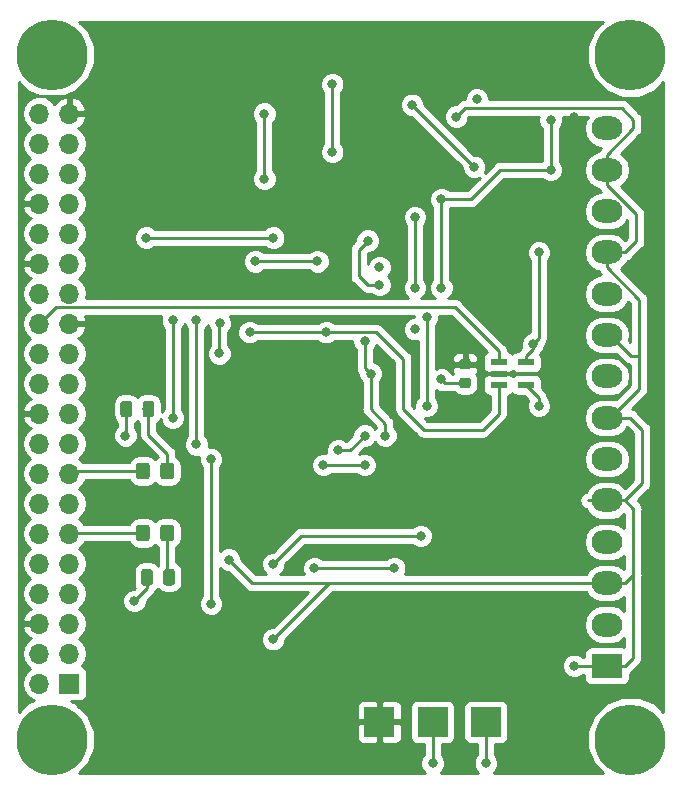
<source format=gbr>
G04 #@! TF.GenerationSoftware,KiCad,Pcbnew,6.0.0-rc1-unknown-46fddab~66~ubuntu16.04.1*
G04 #@! TF.CreationDate,2018-09-05T17:59:14+01:00*
G04 #@! TF.ProjectId,test,746573742E6B696361645F7063620000,rev?*
G04 #@! TF.SameCoordinates,Original*
G04 #@! TF.FileFunction,Copper,L1,Top,Signal*
G04 #@! TF.FilePolarity,Positive*
%FSLAX46Y46*%
G04 Gerber Fmt 4.6, Leading zero omitted, Abs format (unit mm)*
G04 Created by KiCad (PCBNEW 6.0.0-rc1-unknown-46fddab~66~ubuntu16.04.1) date Wed Sep  5 17:59:14 2018*
%MOMM*%
%LPD*%
G01*
G04 APERTURE LIST*
G04 #@! TA.AperFunction,SMDPad,CuDef*
%ADD10R,2.500000X2.500000*%
G04 #@! TD*
G04 #@! TA.AperFunction,ComponentPad*
%ADD11C,6.000000*%
G04 #@! TD*
G04 #@! TA.AperFunction,Conductor*
%ADD12C,0.100000*%
G04 #@! TD*
G04 #@! TA.AperFunction,SMDPad,CuDef*
%ADD13C,0.875000*%
G04 #@! TD*
G04 #@! TA.AperFunction,ComponentPad*
%ADD14R,2.600000X2.000000*%
G04 #@! TD*
G04 #@! TA.AperFunction,ComponentPad*
%ADD15O,2.600000X2.000000*%
G04 #@! TD*
G04 #@! TA.AperFunction,ComponentPad*
%ADD16R,1.700000X1.700000*%
G04 #@! TD*
G04 #@! TA.AperFunction,ComponentPad*
%ADD17O,1.700000X1.700000*%
G04 #@! TD*
G04 #@! TA.AperFunction,SMDPad,CuDef*
%ADD18R,1.390000X0.580000*%
G04 #@! TD*
G04 #@! TA.AperFunction,SMDPad,CuDef*
%ADD19C,1.150000*%
G04 #@! TD*
G04 #@! TA.AperFunction,SMDPad,CuDef*
%ADD20C,0.975000*%
G04 #@! TD*
G04 #@! TA.AperFunction,ViaPad*
%ADD21C,0.800000*%
G04 #@! TD*
G04 #@! TA.AperFunction,Conductor*
%ADD22C,0.250000*%
G04 #@! TD*
G04 #@! TA.AperFunction,Conductor*
%ADD23C,0.254000*%
G04 #@! TD*
G04 APERTURE END LIST*
D10*
G04 #@! TO.P,K,1*
G04 #@! TO.N,4V096*
X177750000Y-105750000D03*
G04 #@! TD*
G04 #@! TO.P,5V,1*
G04 #@! TO.N,5V*
X173250000Y-105750000D03*
G04 #@! TD*
D11*
G04 #@! TO.P,REF\002A\002A,1*
G04 #@! TO.N,N/C*
X141000000Y-49250000D03*
G04 #@! TD*
G04 #@! TO.P,REF\002A\002A,1*
G04 #@! TO.N,N/C*
X190000000Y-49250000D03*
G04 #@! TD*
G04 #@! TO.P,REF\002A\002A,1*
G04 #@! TO.N,N/C*
X190000000Y-107250000D03*
G04 #@! TD*
G04 #@! TO.P,REF\002A\002A,1*
G04 #@! TO.N,N/C*
X141000000Y-107250000D03*
G04 #@! TD*
D12*
G04 #@! TO.N,GND*
G04 #@! TO.C,C4*
G36*
X176277691Y-75026053D02*
X176298926Y-75029203D01*
X176319750Y-75034419D01*
X176339962Y-75041651D01*
X176359368Y-75050830D01*
X176377781Y-75061866D01*
X176395024Y-75074654D01*
X176410930Y-75089070D01*
X176425346Y-75104976D01*
X176438134Y-75122219D01*
X176449170Y-75140632D01*
X176458349Y-75160038D01*
X176465581Y-75180250D01*
X176470797Y-75201074D01*
X176473947Y-75222309D01*
X176475000Y-75243750D01*
X176475000Y-75681250D01*
X176473947Y-75702691D01*
X176470797Y-75723926D01*
X176465581Y-75744750D01*
X176458349Y-75764962D01*
X176449170Y-75784368D01*
X176438134Y-75802781D01*
X176425346Y-75820024D01*
X176410930Y-75835930D01*
X176395024Y-75850346D01*
X176377781Y-75863134D01*
X176359368Y-75874170D01*
X176339962Y-75883349D01*
X176319750Y-75890581D01*
X176298926Y-75895797D01*
X176277691Y-75898947D01*
X176256250Y-75900000D01*
X175743750Y-75900000D01*
X175722309Y-75898947D01*
X175701074Y-75895797D01*
X175680250Y-75890581D01*
X175660038Y-75883349D01*
X175640632Y-75874170D01*
X175622219Y-75863134D01*
X175604976Y-75850346D01*
X175589070Y-75835930D01*
X175574654Y-75820024D01*
X175561866Y-75802781D01*
X175550830Y-75784368D01*
X175541651Y-75764962D01*
X175534419Y-75744750D01*
X175529203Y-75723926D01*
X175526053Y-75702691D01*
X175525000Y-75681250D01*
X175525000Y-75243750D01*
X175526053Y-75222309D01*
X175529203Y-75201074D01*
X175534419Y-75180250D01*
X175541651Y-75160038D01*
X175550830Y-75140632D01*
X175561866Y-75122219D01*
X175574654Y-75104976D01*
X175589070Y-75089070D01*
X175604976Y-75074654D01*
X175622219Y-75061866D01*
X175640632Y-75050830D01*
X175660038Y-75041651D01*
X175680250Y-75034419D01*
X175701074Y-75029203D01*
X175722309Y-75026053D01*
X175743750Y-75025000D01*
X176256250Y-75025000D01*
X176277691Y-75026053D01*
X176277691Y-75026053D01*
G37*
D13*
G04 #@! TD*
G04 #@! TO.P,C4,2*
G04 #@! TO.N,GND*
X176000000Y-75462500D03*
D12*
G04 #@! TO.N,5V*
G04 #@! TO.C,C4*
G36*
X176277691Y-76601053D02*
X176298926Y-76604203D01*
X176319750Y-76609419D01*
X176339962Y-76616651D01*
X176359368Y-76625830D01*
X176377781Y-76636866D01*
X176395024Y-76649654D01*
X176410930Y-76664070D01*
X176425346Y-76679976D01*
X176438134Y-76697219D01*
X176449170Y-76715632D01*
X176458349Y-76735038D01*
X176465581Y-76755250D01*
X176470797Y-76776074D01*
X176473947Y-76797309D01*
X176475000Y-76818750D01*
X176475000Y-77256250D01*
X176473947Y-77277691D01*
X176470797Y-77298926D01*
X176465581Y-77319750D01*
X176458349Y-77339962D01*
X176449170Y-77359368D01*
X176438134Y-77377781D01*
X176425346Y-77395024D01*
X176410930Y-77410930D01*
X176395024Y-77425346D01*
X176377781Y-77438134D01*
X176359368Y-77449170D01*
X176339962Y-77458349D01*
X176319750Y-77465581D01*
X176298926Y-77470797D01*
X176277691Y-77473947D01*
X176256250Y-77475000D01*
X175743750Y-77475000D01*
X175722309Y-77473947D01*
X175701074Y-77470797D01*
X175680250Y-77465581D01*
X175660038Y-77458349D01*
X175640632Y-77449170D01*
X175622219Y-77438134D01*
X175604976Y-77425346D01*
X175589070Y-77410930D01*
X175574654Y-77395024D01*
X175561866Y-77377781D01*
X175550830Y-77359368D01*
X175541651Y-77339962D01*
X175534419Y-77319750D01*
X175529203Y-77298926D01*
X175526053Y-77277691D01*
X175525000Y-77256250D01*
X175525000Y-76818750D01*
X175526053Y-76797309D01*
X175529203Y-76776074D01*
X175534419Y-76755250D01*
X175541651Y-76735038D01*
X175550830Y-76715632D01*
X175561866Y-76697219D01*
X175574654Y-76679976D01*
X175589070Y-76664070D01*
X175604976Y-76649654D01*
X175622219Y-76636866D01*
X175640632Y-76625830D01*
X175660038Y-76616651D01*
X175680250Y-76609419D01*
X175701074Y-76604203D01*
X175722309Y-76601053D01*
X175743750Y-76600000D01*
X176256250Y-76600000D01*
X176277691Y-76601053D01*
X176277691Y-76601053D01*
G37*
D13*
G04 #@! TD*
G04 #@! TO.P,C4,1*
G04 #@! TO.N,5V*
X176000000Y-77037500D03*
D14*
G04 #@! TO.P,J1,1*
G04 #@! TO.N,4V096*
X188000000Y-101000000D03*
D15*
G04 #@! TO.P,J1,2*
G04 #@! TO.N,Net-(J1-Pad2)*
X188000000Y-97500000D03*
G04 #@! TO.P,J1,3*
G04 #@! TO.N,4V096*
X188000000Y-94000000D03*
G04 #@! TO.P,J1,4*
G04 #@! TO.N,Net-(J1-Pad4)*
X188000000Y-90500000D03*
G04 #@! TO.P,J1,5*
G04 #@! TO.N,4V096*
X188000000Y-87000000D03*
G04 #@! TO.P,J1,6*
G04 #@! TO.N,Net-(J1-Pad6)*
X188000000Y-83500000D03*
G04 #@! TO.P,J1,7*
G04 #@! TO.N,4V096*
X188000000Y-80000000D03*
G04 #@! TO.P,J1,8*
G04 #@! TO.N,Net-(J1-Pad8)*
X188000000Y-76500000D03*
G04 #@! TO.P,J1,9*
G04 #@! TO.N,4V096*
X188000000Y-73000000D03*
G04 #@! TO.P,J1,10*
G04 #@! TO.N,Net-(J1-Pad10)*
X188000000Y-69500000D03*
G04 #@! TO.P,J1,11*
G04 #@! TO.N,4V096*
X188000000Y-66000000D03*
G04 #@! TO.P,J1,12*
G04 #@! TO.N,Net-(J1-Pad12)*
X188000000Y-62500000D03*
G04 #@! TO.P,J1,13*
G04 #@! TO.N,4V096*
X188000000Y-59000000D03*
G04 #@! TO.P,J1,14*
G04 #@! TO.N,Net-(J1-Pad14)*
X188000000Y-55500000D03*
G04 #@! TD*
D16*
G04 #@! TO.P,RASPI_2_3_HEADER1,1*
G04 #@! TO.N,Net-(RASPI_2_3_HEADER1-Pad1)*
X142500000Y-102500000D03*
D17*
G04 #@! TO.P,RASPI_2_3_HEADER1,2*
G04 #@! TO.N,5V*
X139960000Y-102500000D03*
G04 #@! TO.P,RASPI_2_3_HEADER1,3*
G04 #@! TO.N,Net-(RASPI_2_3_HEADER1-Pad3)*
X142500000Y-99960000D03*
G04 #@! TO.P,RASPI_2_3_HEADER1,4*
G04 #@! TO.N,5V*
X139960000Y-99960000D03*
G04 #@! TO.P,RASPI_2_3_HEADER1,5*
G04 #@! TO.N,Net-(RASPI_2_3_HEADER1-Pad5)*
X142500000Y-97420000D03*
G04 #@! TO.P,RASPI_2_3_HEADER1,6*
G04 #@! TO.N,GND*
X139960000Y-97420000D03*
G04 #@! TO.P,RASPI_2_3_HEADER1,7*
G04 #@! TO.N,Net-(RASPI_2_3_HEADER1-Pad7)*
X142500000Y-94880000D03*
G04 #@! TO.P,RASPI_2_3_HEADER1,8*
G04 #@! TO.N,Net-(RASPI_2_3_HEADER1-Pad8)*
X139960000Y-94880000D03*
G04 #@! TO.P,RASPI_2_3_HEADER1,9*
G04 #@! TO.N,Net-(RASPI_2_3_HEADER1-Pad9)*
X142500000Y-92340000D03*
G04 #@! TO.P,RASPI_2_3_HEADER1,10*
G04 #@! TO.N,Net-(RASPI_2_3_HEADER1-Pad10)*
X139960000Y-92340000D03*
G04 #@! TO.P,RASPI_2_3_HEADER1,11*
G04 #@! TO.N,Net-(D3-Pad1)*
X142500000Y-89800000D03*
G04 #@! TO.P,RASPI_2_3_HEADER1,12*
G04 #@! TO.N,Net-(RASPI_2_3_HEADER1-Pad12)*
X139960000Y-89800000D03*
G04 #@! TO.P,RASPI_2_3_HEADER1,13*
G04 #@! TO.N,Net-(RASPI_2_3_HEADER1-Pad13)*
X142500000Y-87260000D03*
G04 #@! TO.P,RASPI_2_3_HEADER1,14*
G04 #@! TO.N,Net-(RASPI_2_3_HEADER1-Pad14)*
X139960000Y-87260000D03*
G04 #@! TO.P,RASPI_2_3_HEADER1,15*
G04 #@! TO.N,Net-(D2-Pad1)*
X142500000Y-84720000D03*
G04 #@! TO.P,RASPI_2_3_HEADER1,16*
G04 #@! TO.N,Net-(RASPI_2_3_HEADER1-Pad16)*
X139960000Y-84720000D03*
G04 #@! TO.P,RASPI_2_3_HEADER1,17*
G04 #@! TO.N,Net-(RASPI_2_3_HEADER1-Pad17)*
X142500000Y-82180000D03*
G04 #@! TO.P,RASPI_2_3_HEADER1,18*
G04 #@! TO.N,Net-(RASPI_2_3_HEADER1-Pad18)*
X139960000Y-82180000D03*
G04 #@! TO.P,RASPI_2_3_HEADER1,19*
G04 #@! TO.N,MOSI_0*
X142500000Y-79640000D03*
G04 #@! TO.P,RASPI_2_3_HEADER1,20*
G04 #@! TO.N,GND*
X139960000Y-79640000D03*
G04 #@! TO.P,RASPI_2_3_HEADER1,21*
G04 #@! TO.N,MISO_0*
X142500000Y-77100000D03*
G04 #@! TO.P,RASPI_2_3_HEADER1,22*
G04 #@! TO.N,Net-(RASPI_2_3_HEADER1-Pad22)*
X139960000Y-77100000D03*
G04 #@! TO.P,RASPI_2_3_HEADER1,23*
G04 #@! TO.N,SCLK0*
X142500000Y-74560000D03*
G04 #@! TO.P,RASPI_2_3_HEADER1,24*
G04 #@! TO.N,CE0*
X139960000Y-74560000D03*
G04 #@! TO.P,RASPI_2_3_HEADER1,25*
G04 #@! TO.N,GND*
X142500000Y-72020000D03*
G04 #@! TO.P,RASPI_2_3_HEADER1,26*
G04 #@! TO.N,CE1*
X139960000Y-72020000D03*
G04 #@! TO.P,RASPI_2_3_HEADER1,27*
G04 #@! TO.N,Net-(RASPI_2_3_HEADER1-Pad27)*
X142500000Y-69480000D03*
G04 #@! TO.P,RASPI_2_3_HEADER1,28*
G04 #@! TO.N,Net-(RASPI_2_3_HEADER1-Pad28)*
X139960000Y-69480000D03*
G04 #@! TO.P,RASPI_2_3_HEADER1,29*
G04 #@! TO.N,Net-(RASPI_2_3_HEADER1-Pad29)*
X142500000Y-66940000D03*
G04 #@! TO.P,RASPI_2_3_HEADER1,30*
G04 #@! TO.N,GND*
X139960000Y-66940000D03*
G04 #@! TO.P,RASPI_2_3_HEADER1,31*
G04 #@! TO.N,Net-(RASPI_2_3_HEADER1-Pad31)*
X142500000Y-64400000D03*
G04 #@! TO.P,RASPI_2_3_HEADER1,32*
G04 #@! TO.N,Net-(RASPI_2_3_HEADER1-Pad32)*
X139960000Y-64400000D03*
G04 #@! TO.P,RASPI_2_3_HEADER1,33*
G04 #@! TO.N,Net-(RASPI_2_3_HEADER1-Pad33)*
X142500000Y-61860000D03*
G04 #@! TO.P,RASPI_2_3_HEADER1,34*
G04 #@! TO.N,GND*
X139960000Y-61860000D03*
G04 #@! TO.P,RASPI_2_3_HEADER1,35*
G04 #@! TO.N,Net-(RASPI_2_3_HEADER1-Pad35)*
X142500000Y-59320000D03*
G04 #@! TO.P,RASPI_2_3_HEADER1,36*
G04 #@! TO.N,Net-(RASPI_2_3_HEADER1-Pad36)*
X139960000Y-59320000D03*
G04 #@! TO.P,RASPI_2_3_HEADER1,37*
G04 #@! TO.N,Net-(RASPI_2_3_HEADER1-Pad37)*
X142500000Y-56780000D03*
G04 #@! TO.P,RASPI_2_3_HEADER1,38*
G04 #@! TO.N,Net-(RASPI_2_3_HEADER1-Pad38)*
X139960000Y-56780000D03*
G04 #@! TO.P,RASPI_2_3_HEADER1,39*
G04 #@! TO.N,GND*
X142500000Y-54240000D03*
G04 #@! TO.P,RASPI_2_3_HEADER1,40*
G04 #@! TO.N,Net-(RASPI_2_3_HEADER1-Pad40)*
X139960000Y-54240000D03*
G04 #@! TD*
D18*
G04 #@! TO.P,U4,1*
G04 #@! TO.N,CE1*
X178835000Y-75300000D03*
G04 #@! TO.P,U4,2*
G04 #@! TO.N,GND*
X178835000Y-76250000D03*
G04 #@! TO.P,U4,3*
G04 #@! TO.N,SCLK0*
X178835000Y-77200000D03*
G04 #@! TO.P,U4,4*
G04 #@! TO.N,MISO_0*
X181165000Y-77200000D03*
G04 #@! TO.P,U4,5*
G04 #@! TO.N,5V*
X181165000Y-75300000D03*
G04 #@! TD*
D10*
G04 #@! TO.P,GND,1*
G04 #@! TO.N,GND*
X168750000Y-105750000D03*
G04 #@! TD*
D12*
G04 #@! TO.N,Net-(D2-Pad1)*
G04 #@! TO.C,D2*
G36*
X149074505Y-83801204D02*
X149098773Y-83804804D01*
X149122572Y-83810765D01*
X149145671Y-83819030D01*
X149167850Y-83829520D01*
X149188893Y-83842132D01*
X149208599Y-83856747D01*
X149226777Y-83873223D01*
X149243253Y-83891401D01*
X149257868Y-83911107D01*
X149270480Y-83932150D01*
X149280970Y-83954329D01*
X149289235Y-83977428D01*
X149295196Y-84001227D01*
X149298796Y-84025495D01*
X149300000Y-84049999D01*
X149300000Y-84950001D01*
X149298796Y-84974505D01*
X149295196Y-84998773D01*
X149289235Y-85022572D01*
X149280970Y-85045671D01*
X149270480Y-85067850D01*
X149257868Y-85088893D01*
X149243253Y-85108599D01*
X149226777Y-85126777D01*
X149208599Y-85143253D01*
X149188893Y-85157868D01*
X149167850Y-85170480D01*
X149145671Y-85180970D01*
X149122572Y-85189235D01*
X149098773Y-85195196D01*
X149074505Y-85198796D01*
X149050001Y-85200000D01*
X148399999Y-85200000D01*
X148375495Y-85198796D01*
X148351227Y-85195196D01*
X148327428Y-85189235D01*
X148304329Y-85180970D01*
X148282150Y-85170480D01*
X148261107Y-85157868D01*
X148241401Y-85143253D01*
X148223223Y-85126777D01*
X148206747Y-85108599D01*
X148192132Y-85088893D01*
X148179520Y-85067850D01*
X148169030Y-85045671D01*
X148160765Y-85022572D01*
X148154804Y-84998773D01*
X148151204Y-84974505D01*
X148150000Y-84950001D01*
X148150000Y-84049999D01*
X148151204Y-84025495D01*
X148154804Y-84001227D01*
X148160765Y-83977428D01*
X148169030Y-83954329D01*
X148179520Y-83932150D01*
X148192132Y-83911107D01*
X148206747Y-83891401D01*
X148223223Y-83873223D01*
X148241401Y-83856747D01*
X148261107Y-83842132D01*
X148282150Y-83829520D01*
X148304329Y-83819030D01*
X148327428Y-83810765D01*
X148351227Y-83804804D01*
X148375495Y-83801204D01*
X148399999Y-83800000D01*
X149050001Y-83800000D01*
X149074505Y-83801204D01*
X149074505Y-83801204D01*
G37*
D19*
G04 #@! TD*
G04 #@! TO.P,D2,1*
G04 #@! TO.N,Net-(D2-Pad1)*
X148725000Y-84500000D03*
D12*
G04 #@! TO.N,Net-(D2-Pad2)*
G04 #@! TO.C,D2*
G36*
X151124505Y-83801204D02*
X151148773Y-83804804D01*
X151172572Y-83810765D01*
X151195671Y-83819030D01*
X151217850Y-83829520D01*
X151238893Y-83842132D01*
X151258599Y-83856747D01*
X151276777Y-83873223D01*
X151293253Y-83891401D01*
X151307868Y-83911107D01*
X151320480Y-83932150D01*
X151330970Y-83954329D01*
X151339235Y-83977428D01*
X151345196Y-84001227D01*
X151348796Y-84025495D01*
X151350000Y-84049999D01*
X151350000Y-84950001D01*
X151348796Y-84974505D01*
X151345196Y-84998773D01*
X151339235Y-85022572D01*
X151330970Y-85045671D01*
X151320480Y-85067850D01*
X151307868Y-85088893D01*
X151293253Y-85108599D01*
X151276777Y-85126777D01*
X151258599Y-85143253D01*
X151238893Y-85157868D01*
X151217850Y-85170480D01*
X151195671Y-85180970D01*
X151172572Y-85189235D01*
X151148773Y-85195196D01*
X151124505Y-85198796D01*
X151100001Y-85200000D01*
X150449999Y-85200000D01*
X150425495Y-85198796D01*
X150401227Y-85195196D01*
X150377428Y-85189235D01*
X150354329Y-85180970D01*
X150332150Y-85170480D01*
X150311107Y-85157868D01*
X150291401Y-85143253D01*
X150273223Y-85126777D01*
X150256747Y-85108599D01*
X150242132Y-85088893D01*
X150229520Y-85067850D01*
X150219030Y-85045671D01*
X150210765Y-85022572D01*
X150204804Y-84998773D01*
X150201204Y-84974505D01*
X150200000Y-84950001D01*
X150200000Y-84049999D01*
X150201204Y-84025495D01*
X150204804Y-84001227D01*
X150210765Y-83977428D01*
X150219030Y-83954329D01*
X150229520Y-83932150D01*
X150242132Y-83911107D01*
X150256747Y-83891401D01*
X150273223Y-83873223D01*
X150291401Y-83856747D01*
X150311107Y-83842132D01*
X150332150Y-83829520D01*
X150354329Y-83819030D01*
X150377428Y-83810765D01*
X150401227Y-83804804D01*
X150425495Y-83801204D01*
X150449999Y-83800000D01*
X151100001Y-83800000D01*
X151124505Y-83801204D01*
X151124505Y-83801204D01*
G37*
D19*
G04 #@! TD*
G04 #@! TO.P,D2,2*
G04 #@! TO.N,Net-(D2-Pad2)*
X150775000Y-84500000D03*
D12*
G04 #@! TO.N,Net-(D3-Pad2)*
G04 #@! TO.C,D3*
G36*
X151124505Y-89051204D02*
X151148773Y-89054804D01*
X151172572Y-89060765D01*
X151195671Y-89069030D01*
X151217850Y-89079520D01*
X151238893Y-89092132D01*
X151258599Y-89106747D01*
X151276777Y-89123223D01*
X151293253Y-89141401D01*
X151307868Y-89161107D01*
X151320480Y-89182150D01*
X151330970Y-89204329D01*
X151339235Y-89227428D01*
X151345196Y-89251227D01*
X151348796Y-89275495D01*
X151350000Y-89299999D01*
X151350000Y-90200001D01*
X151348796Y-90224505D01*
X151345196Y-90248773D01*
X151339235Y-90272572D01*
X151330970Y-90295671D01*
X151320480Y-90317850D01*
X151307868Y-90338893D01*
X151293253Y-90358599D01*
X151276777Y-90376777D01*
X151258599Y-90393253D01*
X151238893Y-90407868D01*
X151217850Y-90420480D01*
X151195671Y-90430970D01*
X151172572Y-90439235D01*
X151148773Y-90445196D01*
X151124505Y-90448796D01*
X151100001Y-90450000D01*
X150449999Y-90450000D01*
X150425495Y-90448796D01*
X150401227Y-90445196D01*
X150377428Y-90439235D01*
X150354329Y-90430970D01*
X150332150Y-90420480D01*
X150311107Y-90407868D01*
X150291401Y-90393253D01*
X150273223Y-90376777D01*
X150256747Y-90358599D01*
X150242132Y-90338893D01*
X150229520Y-90317850D01*
X150219030Y-90295671D01*
X150210765Y-90272572D01*
X150204804Y-90248773D01*
X150201204Y-90224505D01*
X150200000Y-90200001D01*
X150200000Y-89299999D01*
X150201204Y-89275495D01*
X150204804Y-89251227D01*
X150210765Y-89227428D01*
X150219030Y-89204329D01*
X150229520Y-89182150D01*
X150242132Y-89161107D01*
X150256747Y-89141401D01*
X150273223Y-89123223D01*
X150291401Y-89106747D01*
X150311107Y-89092132D01*
X150332150Y-89079520D01*
X150354329Y-89069030D01*
X150377428Y-89060765D01*
X150401227Y-89054804D01*
X150425495Y-89051204D01*
X150449999Y-89050000D01*
X151100001Y-89050000D01*
X151124505Y-89051204D01*
X151124505Y-89051204D01*
G37*
D19*
G04 #@! TD*
G04 #@! TO.P,D3,2*
G04 #@! TO.N,Net-(D3-Pad2)*
X150775000Y-89750000D03*
D12*
G04 #@! TO.N,Net-(D3-Pad1)*
G04 #@! TO.C,D3*
G36*
X149074505Y-89051204D02*
X149098773Y-89054804D01*
X149122572Y-89060765D01*
X149145671Y-89069030D01*
X149167850Y-89079520D01*
X149188893Y-89092132D01*
X149208599Y-89106747D01*
X149226777Y-89123223D01*
X149243253Y-89141401D01*
X149257868Y-89161107D01*
X149270480Y-89182150D01*
X149280970Y-89204329D01*
X149289235Y-89227428D01*
X149295196Y-89251227D01*
X149298796Y-89275495D01*
X149300000Y-89299999D01*
X149300000Y-90200001D01*
X149298796Y-90224505D01*
X149295196Y-90248773D01*
X149289235Y-90272572D01*
X149280970Y-90295671D01*
X149270480Y-90317850D01*
X149257868Y-90338893D01*
X149243253Y-90358599D01*
X149226777Y-90376777D01*
X149208599Y-90393253D01*
X149188893Y-90407868D01*
X149167850Y-90420480D01*
X149145671Y-90430970D01*
X149122572Y-90439235D01*
X149098773Y-90445196D01*
X149074505Y-90448796D01*
X149050001Y-90450000D01*
X148399999Y-90450000D01*
X148375495Y-90448796D01*
X148351227Y-90445196D01*
X148327428Y-90439235D01*
X148304329Y-90430970D01*
X148282150Y-90420480D01*
X148261107Y-90407868D01*
X148241401Y-90393253D01*
X148223223Y-90376777D01*
X148206747Y-90358599D01*
X148192132Y-90338893D01*
X148179520Y-90317850D01*
X148169030Y-90295671D01*
X148160765Y-90272572D01*
X148154804Y-90248773D01*
X148151204Y-90224505D01*
X148150000Y-90200001D01*
X148150000Y-89299999D01*
X148151204Y-89275495D01*
X148154804Y-89251227D01*
X148160765Y-89227428D01*
X148169030Y-89204329D01*
X148179520Y-89182150D01*
X148192132Y-89161107D01*
X148206747Y-89141401D01*
X148223223Y-89123223D01*
X148241401Y-89106747D01*
X148261107Y-89092132D01*
X148282150Y-89079520D01*
X148304329Y-89069030D01*
X148327428Y-89060765D01*
X148351227Y-89054804D01*
X148375495Y-89051204D01*
X148399999Y-89050000D01*
X149050001Y-89050000D01*
X149074505Y-89051204D01*
X149074505Y-89051204D01*
G37*
D19*
G04 #@! TD*
G04 #@! TO.P,D3,1*
G04 #@! TO.N,Net-(D3-Pad1)*
X148725000Y-89750000D03*
D12*
G04 #@! TO.N,Net-(D2-Pad2)*
G04 #@! TO.C,R18*
G36*
X149455142Y-78551174D02*
X149478803Y-78554684D01*
X149502007Y-78560496D01*
X149524529Y-78568554D01*
X149546153Y-78578782D01*
X149566670Y-78591079D01*
X149585883Y-78605329D01*
X149603607Y-78621393D01*
X149619671Y-78639117D01*
X149633921Y-78658330D01*
X149646218Y-78678847D01*
X149656446Y-78700471D01*
X149664504Y-78722993D01*
X149670316Y-78746197D01*
X149673826Y-78769858D01*
X149675000Y-78793750D01*
X149675000Y-79706250D01*
X149673826Y-79730142D01*
X149670316Y-79753803D01*
X149664504Y-79777007D01*
X149656446Y-79799529D01*
X149646218Y-79821153D01*
X149633921Y-79841670D01*
X149619671Y-79860883D01*
X149603607Y-79878607D01*
X149585883Y-79894671D01*
X149566670Y-79908921D01*
X149546153Y-79921218D01*
X149524529Y-79931446D01*
X149502007Y-79939504D01*
X149478803Y-79945316D01*
X149455142Y-79948826D01*
X149431250Y-79950000D01*
X148943750Y-79950000D01*
X148919858Y-79948826D01*
X148896197Y-79945316D01*
X148872993Y-79939504D01*
X148850471Y-79931446D01*
X148828847Y-79921218D01*
X148808330Y-79908921D01*
X148789117Y-79894671D01*
X148771393Y-79878607D01*
X148755329Y-79860883D01*
X148741079Y-79841670D01*
X148728782Y-79821153D01*
X148718554Y-79799529D01*
X148710496Y-79777007D01*
X148704684Y-79753803D01*
X148701174Y-79730142D01*
X148700000Y-79706250D01*
X148700000Y-78793750D01*
X148701174Y-78769858D01*
X148704684Y-78746197D01*
X148710496Y-78722993D01*
X148718554Y-78700471D01*
X148728782Y-78678847D01*
X148741079Y-78658330D01*
X148755329Y-78639117D01*
X148771393Y-78621393D01*
X148789117Y-78605329D01*
X148808330Y-78591079D01*
X148828847Y-78578782D01*
X148850471Y-78568554D01*
X148872993Y-78560496D01*
X148896197Y-78554684D01*
X148919858Y-78551174D01*
X148943750Y-78550000D01*
X149431250Y-78550000D01*
X149455142Y-78551174D01*
X149455142Y-78551174D01*
G37*
D20*
G04 #@! TD*
G04 #@! TO.P,R18,2*
G04 #@! TO.N,Net-(D2-Pad2)*
X149187500Y-79250000D03*
D12*
G04 #@! TO.N,5V*
G04 #@! TO.C,R18*
G36*
X147580142Y-78551174D02*
X147603803Y-78554684D01*
X147627007Y-78560496D01*
X147649529Y-78568554D01*
X147671153Y-78578782D01*
X147691670Y-78591079D01*
X147710883Y-78605329D01*
X147728607Y-78621393D01*
X147744671Y-78639117D01*
X147758921Y-78658330D01*
X147771218Y-78678847D01*
X147781446Y-78700471D01*
X147789504Y-78722993D01*
X147795316Y-78746197D01*
X147798826Y-78769858D01*
X147800000Y-78793750D01*
X147800000Y-79706250D01*
X147798826Y-79730142D01*
X147795316Y-79753803D01*
X147789504Y-79777007D01*
X147781446Y-79799529D01*
X147771218Y-79821153D01*
X147758921Y-79841670D01*
X147744671Y-79860883D01*
X147728607Y-79878607D01*
X147710883Y-79894671D01*
X147691670Y-79908921D01*
X147671153Y-79921218D01*
X147649529Y-79931446D01*
X147627007Y-79939504D01*
X147603803Y-79945316D01*
X147580142Y-79948826D01*
X147556250Y-79950000D01*
X147068750Y-79950000D01*
X147044858Y-79948826D01*
X147021197Y-79945316D01*
X146997993Y-79939504D01*
X146975471Y-79931446D01*
X146953847Y-79921218D01*
X146933330Y-79908921D01*
X146914117Y-79894671D01*
X146896393Y-79878607D01*
X146880329Y-79860883D01*
X146866079Y-79841670D01*
X146853782Y-79821153D01*
X146843554Y-79799529D01*
X146835496Y-79777007D01*
X146829684Y-79753803D01*
X146826174Y-79730142D01*
X146825000Y-79706250D01*
X146825000Y-78793750D01*
X146826174Y-78769858D01*
X146829684Y-78746197D01*
X146835496Y-78722993D01*
X146843554Y-78700471D01*
X146853782Y-78678847D01*
X146866079Y-78658330D01*
X146880329Y-78639117D01*
X146896393Y-78621393D01*
X146914117Y-78605329D01*
X146933330Y-78591079D01*
X146953847Y-78578782D01*
X146975471Y-78568554D01*
X146997993Y-78560496D01*
X147021197Y-78554684D01*
X147044858Y-78551174D01*
X147068750Y-78550000D01*
X147556250Y-78550000D01*
X147580142Y-78551174D01*
X147580142Y-78551174D01*
G37*
D20*
G04 #@! TD*
G04 #@! TO.P,R18,1*
G04 #@! TO.N,5V*
X147312500Y-79250000D03*
D12*
G04 #@! TO.N,5V*
G04 #@! TO.C,R19*
G36*
X149330142Y-92801174D02*
X149353803Y-92804684D01*
X149377007Y-92810496D01*
X149399529Y-92818554D01*
X149421153Y-92828782D01*
X149441670Y-92841079D01*
X149460883Y-92855329D01*
X149478607Y-92871393D01*
X149494671Y-92889117D01*
X149508921Y-92908330D01*
X149521218Y-92928847D01*
X149531446Y-92950471D01*
X149539504Y-92972993D01*
X149545316Y-92996197D01*
X149548826Y-93019858D01*
X149550000Y-93043750D01*
X149550000Y-93956250D01*
X149548826Y-93980142D01*
X149545316Y-94003803D01*
X149539504Y-94027007D01*
X149531446Y-94049529D01*
X149521218Y-94071153D01*
X149508921Y-94091670D01*
X149494671Y-94110883D01*
X149478607Y-94128607D01*
X149460883Y-94144671D01*
X149441670Y-94158921D01*
X149421153Y-94171218D01*
X149399529Y-94181446D01*
X149377007Y-94189504D01*
X149353803Y-94195316D01*
X149330142Y-94198826D01*
X149306250Y-94200000D01*
X148818750Y-94200000D01*
X148794858Y-94198826D01*
X148771197Y-94195316D01*
X148747993Y-94189504D01*
X148725471Y-94181446D01*
X148703847Y-94171218D01*
X148683330Y-94158921D01*
X148664117Y-94144671D01*
X148646393Y-94128607D01*
X148630329Y-94110883D01*
X148616079Y-94091670D01*
X148603782Y-94071153D01*
X148593554Y-94049529D01*
X148585496Y-94027007D01*
X148579684Y-94003803D01*
X148576174Y-93980142D01*
X148575000Y-93956250D01*
X148575000Y-93043750D01*
X148576174Y-93019858D01*
X148579684Y-92996197D01*
X148585496Y-92972993D01*
X148593554Y-92950471D01*
X148603782Y-92928847D01*
X148616079Y-92908330D01*
X148630329Y-92889117D01*
X148646393Y-92871393D01*
X148664117Y-92855329D01*
X148683330Y-92841079D01*
X148703847Y-92828782D01*
X148725471Y-92818554D01*
X148747993Y-92810496D01*
X148771197Y-92804684D01*
X148794858Y-92801174D01*
X148818750Y-92800000D01*
X149306250Y-92800000D01*
X149330142Y-92801174D01*
X149330142Y-92801174D01*
G37*
D20*
G04 #@! TD*
G04 #@! TO.P,R19,1*
G04 #@! TO.N,5V*
X149062500Y-93500000D03*
D12*
G04 #@! TO.N,Net-(D3-Pad2)*
G04 #@! TO.C,R19*
G36*
X151205142Y-92801174D02*
X151228803Y-92804684D01*
X151252007Y-92810496D01*
X151274529Y-92818554D01*
X151296153Y-92828782D01*
X151316670Y-92841079D01*
X151335883Y-92855329D01*
X151353607Y-92871393D01*
X151369671Y-92889117D01*
X151383921Y-92908330D01*
X151396218Y-92928847D01*
X151406446Y-92950471D01*
X151414504Y-92972993D01*
X151420316Y-92996197D01*
X151423826Y-93019858D01*
X151425000Y-93043750D01*
X151425000Y-93956250D01*
X151423826Y-93980142D01*
X151420316Y-94003803D01*
X151414504Y-94027007D01*
X151406446Y-94049529D01*
X151396218Y-94071153D01*
X151383921Y-94091670D01*
X151369671Y-94110883D01*
X151353607Y-94128607D01*
X151335883Y-94144671D01*
X151316670Y-94158921D01*
X151296153Y-94171218D01*
X151274529Y-94181446D01*
X151252007Y-94189504D01*
X151228803Y-94195316D01*
X151205142Y-94198826D01*
X151181250Y-94200000D01*
X150693750Y-94200000D01*
X150669858Y-94198826D01*
X150646197Y-94195316D01*
X150622993Y-94189504D01*
X150600471Y-94181446D01*
X150578847Y-94171218D01*
X150558330Y-94158921D01*
X150539117Y-94144671D01*
X150521393Y-94128607D01*
X150505329Y-94110883D01*
X150491079Y-94091670D01*
X150478782Y-94071153D01*
X150468554Y-94049529D01*
X150460496Y-94027007D01*
X150454684Y-94003803D01*
X150451174Y-93980142D01*
X150450000Y-93956250D01*
X150450000Y-93043750D01*
X150451174Y-93019858D01*
X150454684Y-92996197D01*
X150460496Y-92972993D01*
X150468554Y-92950471D01*
X150478782Y-92928847D01*
X150491079Y-92908330D01*
X150505329Y-92889117D01*
X150521393Y-92871393D01*
X150539117Y-92855329D01*
X150558330Y-92841079D01*
X150578847Y-92828782D01*
X150600471Y-92818554D01*
X150622993Y-92810496D01*
X150646197Y-92804684D01*
X150669858Y-92801174D01*
X150693750Y-92800000D01*
X151181250Y-92800000D01*
X151205142Y-92801174D01*
X151205142Y-92801174D01*
G37*
D20*
G04 #@! TD*
G04 #@! TO.P,R19,2*
G04 #@! TO.N,Net-(D3-Pad2)*
X150937500Y-93500000D03*
D21*
G04 #@! TO.N,4V096*
X156000000Y-92000000D03*
X175250000Y-54500000D03*
X159750000Y-98750000D03*
X177750000Y-109250000D03*
X185250000Y-101000000D03*
G04 #@! TO.N,Net-(R5-Pad2)*
X165250000Y-82750000D03*
X167500000Y-81500000D03*
G04 #@! TO.N,Net-(R12-Pad2)*
X167500000Y-84000000D03*
X164000000Y-84000000D03*
G04 #@! TO.N,Net-(R13-Pad2)*
X163250000Y-92750000D03*
X170000000Y-92750000D03*
G04 #@! TO.N,Net-(R14-Pad2)*
X159750000Y-92368672D03*
X172250000Y-90000000D03*
G04 #@! TO.N,Net-(R7-Pad2)*
X154500000Y-95750000D03*
X154500000Y-83500000D03*
G04 #@! TO.N,Net-(R16-Pad2)*
X164750000Y-57500000D03*
X164750000Y-51750000D03*
G04 #@! TO.N,Net-(R8-Pad2)*
X151250000Y-71750000D03*
X151250000Y-80000000D03*
G04 #@! TO.N,Net-(R9-Pad1)*
X171750000Y-72500000D03*
X171750000Y-69000000D03*
X171750000Y-63000000D03*
G04 #@! TO.N,Net-(R10-Pad1)*
X171500000Y-53500000D03*
X176750000Y-58750000D03*
G04 #@! TO.N,Net-(R10-Pad2)*
X177000000Y-53025000D03*
X174000000Y-69000000D03*
X174000000Y-61500000D03*
X183250000Y-59000000D03*
X183250000Y-54750000D03*
G04 #@! TO.N,5V*
X181750000Y-73750000D03*
X168750000Y-68750000D03*
X167750000Y-65000000D03*
X182250000Y-66000000D03*
X169250000Y-81500000D03*
X168000000Y-76250000D03*
X167500000Y-73500000D03*
X159000000Y-54250000D03*
X159000000Y-59750000D03*
X173250000Y-109250000D03*
X174000000Y-76750000D03*
X148000000Y-95500000D03*
X147250000Y-81500000D03*
G04 #@! TO.N,GND*
X185250000Y-54500000D03*
X159750000Y-97250000D03*
X152250000Y-95000000D03*
X169500000Y-54250000D03*
X162750000Y-62000000D03*
X156250000Y-66500000D03*
X159805000Y-68805000D03*
X166155000Y-68845000D03*
X148500000Y-73750000D03*
X185250000Y-49250000D03*
X138750000Y-52750000D03*
X143750000Y-52750000D03*
X157250000Y-101750000D03*
G04 #@! TO.N,MISO_0*
X155200010Y-74549990D03*
X163500000Y-66750000D03*
X155250000Y-72000000D03*
X158250000Y-66750000D03*
X182250000Y-79000000D03*
X168750000Y-67250000D03*
X172750000Y-79000000D03*
X172750000Y-71500000D03*
G04 #@! TO.N,SCLK0*
X157750000Y-72750000D03*
X164250000Y-72750000D03*
G04 #@! TO.N,CE0*
X149000000Y-64750000D03*
X159750000Y-64750000D03*
G04 #@! TO.N,Net-(R4-Pad2)*
X153250000Y-82250000D03*
X153250000Y-71750000D03*
G04 #@! TD*
D22*
G04 #@! TO.N,4V096*
X188000000Y-87000000D02*
X186450000Y-87000000D01*
X156000000Y-92000000D02*
X158000000Y-94000000D01*
X189550000Y-87000000D02*
X188000000Y-87000000D01*
X188000000Y-94000000D02*
X189550000Y-94000000D01*
X189550000Y-94000000D02*
X190250000Y-93300000D01*
X190250000Y-87700000D02*
X189550000Y-87000000D01*
X191000000Y-81000000D02*
X190000000Y-80000000D01*
X191000000Y-85550000D02*
X191000000Y-81000000D01*
X190000000Y-80000000D02*
X188000000Y-80000000D01*
X189550000Y-87000000D02*
X191000000Y-85550000D01*
X188000000Y-80000000D02*
X188300000Y-80000000D01*
X188300000Y-80000000D02*
X190750000Y-77550000D01*
X190750000Y-77550000D02*
X190750000Y-77000000D01*
X188300000Y-73000000D02*
X188000000Y-73000000D01*
X190750000Y-74750000D02*
X190050000Y-74750000D01*
X190050000Y-74750000D02*
X188300000Y-73000000D01*
X190750000Y-77000000D02*
X190750000Y-74750000D01*
X188000000Y-67250000D02*
X188000000Y-66000000D01*
X190750000Y-70000000D02*
X188000000Y-67250000D01*
X190750000Y-74750000D02*
X190750000Y-70000000D01*
X189550000Y-66000000D02*
X190500000Y-65050000D01*
X188000000Y-66000000D02*
X189550000Y-66000000D01*
X190500000Y-62750000D02*
X188000000Y-60250000D01*
X188000000Y-60250000D02*
X188000000Y-59000000D01*
X190500000Y-65050000D02*
X190500000Y-62750000D01*
X190250000Y-100300000D02*
X190250000Y-93250000D01*
X189550000Y-101000000D02*
X190250000Y-100300000D01*
X188000000Y-101000000D02*
X189550000Y-101000000D01*
X190250000Y-93300000D02*
X190250000Y-93250000D01*
X190250000Y-93250000D02*
X190250000Y-87700000D01*
X159750000Y-98750000D02*
X164500000Y-94000000D01*
X164500000Y-94000000D02*
X188000000Y-94000000D01*
X158000000Y-94000000D02*
X164500000Y-94000000D01*
X176000000Y-53750000D02*
X175250000Y-54500000D01*
X188000000Y-59000000D02*
X188000000Y-57750000D01*
X188000000Y-57750000D02*
X190250000Y-55500000D01*
X189250000Y-53750000D02*
X176000000Y-53750000D01*
X190250000Y-54750000D02*
X189250000Y-53750000D01*
X190250000Y-55500000D02*
X190250000Y-54750000D01*
X177750000Y-109250000D02*
X177750000Y-105750000D01*
X185250000Y-101000000D02*
X188000000Y-101000000D01*
G04 #@! TO.N,Net-(R5-Pad2)*
X165250000Y-82750000D02*
X166250000Y-82750000D01*
X166250000Y-82750000D02*
X167500000Y-81500000D01*
G04 #@! TO.N,Net-(R12-Pad2)*
X164000000Y-84000000D02*
X167500000Y-84000000D01*
G04 #@! TO.N,Net-(R13-Pad2)*
X163250000Y-92750000D02*
X170000000Y-92750000D01*
G04 #@! TO.N,Net-(R14-Pad2)*
X162118672Y-90000000D02*
X172250000Y-90000000D01*
X159750000Y-92368672D02*
X162118672Y-90000000D01*
G04 #@! TO.N,Net-(R7-Pad2)*
X154500000Y-85250000D02*
X154500000Y-95750000D01*
X154500000Y-83500000D02*
X154500000Y-85250000D01*
G04 #@! TO.N,Net-(R16-Pad2)*
X164750000Y-57500000D02*
X164750000Y-51750000D01*
G04 #@! TO.N,Net-(R8-Pad2)*
X151250000Y-71750000D02*
X151250000Y-80000000D01*
G04 #@! TO.N,Net-(R9-Pad1)*
X171750000Y-69000000D02*
X171750000Y-63000000D01*
G04 #@! TO.N,Net-(R10-Pad1)*
X171500000Y-53500000D02*
X176750000Y-58750000D01*
G04 #@! TO.N,Net-(R10-Pad2)*
X179000000Y-59000000D02*
X183250000Y-59000000D01*
X176500000Y-61500000D02*
X179000000Y-59000000D01*
X183250000Y-58434315D02*
X183250000Y-54750000D01*
X183250000Y-59000000D02*
X183250000Y-58434315D01*
X174000000Y-69000000D02*
X174000000Y-61500000D01*
X174000000Y-61500000D02*
X176500000Y-61500000D01*
G04 #@! TO.N,5V*
X181165000Y-74760000D02*
X181750000Y-74175000D01*
X181165000Y-75300000D02*
X181165000Y-74760000D01*
X181750000Y-74175000D02*
X181750000Y-73750000D01*
X168750000Y-68750000D02*
X167750000Y-68750000D01*
X167750000Y-68750000D02*
X167000000Y-68000000D01*
X167000000Y-65750000D02*
X167750000Y-65000000D01*
X167000000Y-68000000D02*
X167000000Y-65750000D01*
X182250000Y-73250000D02*
X181750000Y-73750000D01*
X182250000Y-66000000D02*
X182250000Y-73250000D01*
X169250000Y-81500000D02*
X169250000Y-80500000D01*
X168000000Y-79250000D02*
X168000000Y-76250000D01*
X169250000Y-80500000D02*
X168000000Y-79250000D01*
X167500000Y-75750000D02*
X168000000Y-76250000D01*
X167500000Y-73500000D02*
X167500000Y-75750000D01*
X159000000Y-54250000D02*
X159000000Y-59750000D01*
X173250000Y-109250000D02*
X173250000Y-105750000D01*
X174287500Y-77037500D02*
X174000000Y-76750000D01*
X176000000Y-77037500D02*
X174287500Y-77037500D01*
X149062500Y-94437500D02*
X148000000Y-95500000D01*
X149062500Y-93500000D02*
X149062500Y-94437500D01*
X147312500Y-81437500D02*
X147250000Y-81500000D01*
X147312500Y-79250000D02*
X147312500Y-81437500D01*
G04 #@! TO.N,GND*
X138750000Y-52750000D02*
X143750000Y-52750000D01*
X168750000Y-109250000D02*
X168750000Y-105750000D01*
G04 #@! TO.N,MISO_0*
X155200010Y-72049990D02*
X155250000Y-72000000D01*
X155200010Y-74549990D02*
X155200010Y-72049990D01*
X158250000Y-66750000D02*
X163500000Y-66750000D01*
X181250000Y-77285000D02*
X181165000Y-77200000D01*
X172750000Y-71500000D02*
X172750000Y-79000000D01*
X182250000Y-78285000D02*
X181165000Y-77200000D01*
X182250000Y-79000000D02*
X182250000Y-78285000D01*
G04 #@! TO.N,SCLK0*
X157750000Y-72750000D02*
X164250000Y-72750000D01*
X164250000Y-72750000D02*
X168500000Y-72750000D01*
X168500000Y-72750000D02*
X170750000Y-75000000D01*
X170750000Y-75000000D02*
X170750000Y-79250000D01*
X170750000Y-79250000D02*
X172500000Y-81000000D01*
X172500000Y-81000000D02*
X177500000Y-81000000D01*
X178835000Y-79665000D02*
X178835000Y-77200000D01*
X177500000Y-81000000D02*
X178835000Y-79665000D01*
G04 #@! TO.N,CE0*
X149000000Y-64750000D02*
X159750000Y-64750000D01*
G04 #@! TO.N,CE1*
X141324999Y-70655001D02*
X175155001Y-70655001D01*
X139960000Y-72020000D02*
X141324999Y-70655001D01*
X178835000Y-74335000D02*
X178835000Y-75300000D01*
X175155001Y-70655001D02*
X178835000Y-74335000D01*
G04 #@! TO.N,Net-(R4-Pad2)*
X153250000Y-82250000D02*
X153250000Y-71750000D01*
G04 #@! TO.N,Net-(D2-Pad1)*
X142720000Y-84500000D02*
X142500000Y-84720000D01*
X148725000Y-84500000D02*
X142720000Y-84500000D01*
G04 #@! TO.N,Net-(D2-Pad2)*
X149187500Y-81437500D02*
X149187500Y-79250000D01*
X150775000Y-83025000D02*
X149187500Y-81437500D01*
X150775000Y-84500000D02*
X150775000Y-83025000D01*
G04 #@! TO.N,Net-(D3-Pad2)*
X150775000Y-93337500D02*
X150937500Y-93500000D01*
X150775000Y-89750000D02*
X150775000Y-93337500D01*
G04 #@! TO.N,Net-(D3-Pad1)*
X142550000Y-89750000D02*
X142500000Y-89800000D01*
X148725000Y-89750000D02*
X142550000Y-89750000D01*
G04 #@! TD*
D23*
G04 #@! TO.N,GND*
G36*
X186918396Y-47190938D02*
X186365000Y-48526954D01*
X186365000Y-49973046D01*
X186918396Y-51309062D01*
X187940938Y-52331604D01*
X189276954Y-52885000D01*
X190723046Y-52885000D01*
X192059062Y-52331604D01*
X192790000Y-51600666D01*
X192790001Y-104899335D01*
X192059062Y-104168396D01*
X190723046Y-103615000D01*
X189276954Y-103615000D01*
X187940938Y-104168396D01*
X186918396Y-105190938D01*
X186365000Y-106526954D01*
X186365000Y-107973046D01*
X186918396Y-109309062D01*
X187649334Y-110040000D01*
X178423711Y-110040000D01*
X178627431Y-109836280D01*
X178785000Y-109455874D01*
X178785000Y-109044126D01*
X178627431Y-108663720D01*
X178510000Y-108546289D01*
X178510000Y-107647440D01*
X179000000Y-107647440D01*
X179247765Y-107598157D01*
X179457809Y-107457809D01*
X179598157Y-107247765D01*
X179647440Y-107000000D01*
X179647440Y-104500000D01*
X179598157Y-104252235D01*
X179457809Y-104042191D01*
X179247765Y-103901843D01*
X179000000Y-103852560D01*
X176500000Y-103852560D01*
X176252235Y-103901843D01*
X176042191Y-104042191D01*
X175901843Y-104252235D01*
X175852560Y-104500000D01*
X175852560Y-107000000D01*
X175901843Y-107247765D01*
X176042191Y-107457809D01*
X176252235Y-107598157D01*
X176500000Y-107647440D01*
X176990000Y-107647440D01*
X176990000Y-108546289D01*
X176872569Y-108663720D01*
X176715000Y-109044126D01*
X176715000Y-109455874D01*
X176872569Y-109836280D01*
X177076289Y-110040000D01*
X173923711Y-110040000D01*
X174127431Y-109836280D01*
X174285000Y-109455874D01*
X174285000Y-109044126D01*
X174127431Y-108663720D01*
X174010000Y-108546289D01*
X174010000Y-107647440D01*
X174500000Y-107647440D01*
X174747765Y-107598157D01*
X174957809Y-107457809D01*
X175098157Y-107247765D01*
X175147440Y-107000000D01*
X175147440Y-104500000D01*
X175098157Y-104252235D01*
X174957809Y-104042191D01*
X174747765Y-103901843D01*
X174500000Y-103852560D01*
X172000000Y-103852560D01*
X171752235Y-103901843D01*
X171542191Y-104042191D01*
X171401843Y-104252235D01*
X171352560Y-104500000D01*
X171352560Y-107000000D01*
X171401843Y-107247765D01*
X171542191Y-107457809D01*
X171752235Y-107598157D01*
X172000000Y-107647440D01*
X172490000Y-107647440D01*
X172490000Y-108546289D01*
X172372569Y-108663720D01*
X172215000Y-109044126D01*
X172215000Y-109455874D01*
X172372569Y-109836280D01*
X172576289Y-110040000D01*
X143350666Y-110040000D01*
X144081604Y-109309062D01*
X144635000Y-107973046D01*
X144635000Y-106526954D01*
X144431537Y-106035750D01*
X166865000Y-106035750D01*
X166865000Y-107126310D01*
X166961673Y-107359699D01*
X167140302Y-107538327D01*
X167373691Y-107635000D01*
X168464250Y-107635000D01*
X168623000Y-107476250D01*
X168623000Y-105877000D01*
X168877000Y-105877000D01*
X168877000Y-107476250D01*
X169035750Y-107635000D01*
X170126309Y-107635000D01*
X170359698Y-107538327D01*
X170538327Y-107359699D01*
X170635000Y-107126310D01*
X170635000Y-106035750D01*
X170476250Y-105877000D01*
X168877000Y-105877000D01*
X168623000Y-105877000D01*
X167023750Y-105877000D01*
X166865000Y-106035750D01*
X144431537Y-106035750D01*
X144081604Y-105190938D01*
X143264356Y-104373690D01*
X166865000Y-104373690D01*
X166865000Y-105464250D01*
X167023750Y-105623000D01*
X168623000Y-105623000D01*
X168623000Y-104023750D01*
X168877000Y-104023750D01*
X168877000Y-105623000D01*
X170476250Y-105623000D01*
X170635000Y-105464250D01*
X170635000Y-104373690D01*
X170538327Y-104140301D01*
X170359698Y-103961673D01*
X170126309Y-103865000D01*
X169035750Y-103865000D01*
X168877000Y-104023750D01*
X168623000Y-104023750D01*
X168464250Y-103865000D01*
X167373691Y-103865000D01*
X167140302Y-103961673D01*
X166961673Y-104140301D01*
X166865000Y-104373690D01*
X143264356Y-104373690D01*
X143059062Y-104168396D01*
X142646338Y-103997440D01*
X143350000Y-103997440D01*
X143597765Y-103948157D01*
X143807809Y-103807809D01*
X143948157Y-103597765D01*
X143997440Y-103350000D01*
X143997440Y-101650000D01*
X143948157Y-101402235D01*
X143807809Y-101192191D01*
X143597765Y-101051843D01*
X143552381Y-101042816D01*
X143570625Y-101030625D01*
X143898839Y-100539418D01*
X144014092Y-99960000D01*
X143898839Y-99380582D01*
X143570625Y-98889375D01*
X143272239Y-98690000D01*
X143570625Y-98490625D01*
X143898839Y-97999418D01*
X144014092Y-97420000D01*
X143898839Y-96840582D01*
X143570625Y-96349375D01*
X143272239Y-96150000D01*
X143570625Y-95950625D01*
X143898839Y-95459418D01*
X144014092Y-94880000D01*
X143898839Y-94300582D01*
X143570625Y-93809375D01*
X143272239Y-93610000D01*
X143570625Y-93410625D01*
X143898839Y-92919418D01*
X144014092Y-92340000D01*
X143898839Y-91760582D01*
X143570625Y-91269375D01*
X143272239Y-91070000D01*
X143570625Y-90870625D01*
X143811587Y-90510000D01*
X147564222Y-90510000D01*
X147570873Y-90543436D01*
X147765414Y-90834586D01*
X148056564Y-91029127D01*
X148399999Y-91097440D01*
X149050001Y-91097440D01*
X149393436Y-91029127D01*
X149684586Y-90834586D01*
X149750000Y-90736687D01*
X149815414Y-90834586D01*
X150015000Y-90967946D01*
X150015001Y-92486294D01*
X150000000Y-92508744D01*
X149936416Y-92413584D01*
X149647294Y-92220398D01*
X149306250Y-92152560D01*
X148818750Y-92152560D01*
X148477706Y-92220398D01*
X148188584Y-92413584D01*
X147995398Y-92702706D01*
X147927560Y-93043750D01*
X147927560Y-93956250D01*
X147995398Y-94297294D01*
X148048473Y-94376726D01*
X147960199Y-94465000D01*
X147794126Y-94465000D01*
X147413720Y-94622569D01*
X147122569Y-94913720D01*
X146965000Y-95294126D01*
X146965000Y-95705874D01*
X147122569Y-96086280D01*
X147413720Y-96377431D01*
X147794126Y-96535000D01*
X148205874Y-96535000D01*
X148586280Y-96377431D01*
X148877431Y-96086280D01*
X149035000Y-95705874D01*
X149035000Y-95539801D01*
X149546973Y-95027829D01*
X149610429Y-94985429D01*
X149778404Y-94734037D01*
X149788048Y-94685553D01*
X149936416Y-94586416D01*
X150000000Y-94491256D01*
X150063584Y-94586416D01*
X150352706Y-94779602D01*
X150693750Y-94847440D01*
X151181250Y-94847440D01*
X151522294Y-94779602D01*
X151811416Y-94586416D01*
X152004602Y-94297294D01*
X152072440Y-93956250D01*
X152072440Y-93043750D01*
X152004602Y-92702706D01*
X151811416Y-92413584D01*
X151535000Y-92228888D01*
X151535000Y-90967946D01*
X151734586Y-90834586D01*
X151929127Y-90543436D01*
X151997440Y-90200001D01*
X151997440Y-89299999D01*
X151929127Y-88956564D01*
X151734586Y-88665414D01*
X151443436Y-88470873D01*
X151100001Y-88402560D01*
X150449999Y-88402560D01*
X150106564Y-88470873D01*
X149815414Y-88665414D01*
X149750000Y-88763313D01*
X149684586Y-88665414D01*
X149393436Y-88470873D01*
X149050001Y-88402560D01*
X148399999Y-88402560D01*
X148056564Y-88470873D01*
X147765414Y-88665414D01*
X147570873Y-88956564D01*
X147564222Y-88990000D01*
X143744769Y-88990000D01*
X143570625Y-88729375D01*
X143272239Y-88530000D01*
X143570625Y-88330625D01*
X143898839Y-87839418D01*
X144014092Y-87260000D01*
X143898839Y-86680582D01*
X143570625Y-86189375D01*
X143272239Y-85990000D01*
X143570625Y-85790625D01*
X143898839Y-85299418D01*
X143906680Y-85260000D01*
X147564222Y-85260000D01*
X147570873Y-85293436D01*
X147765414Y-85584586D01*
X148056564Y-85779127D01*
X148399999Y-85847440D01*
X149050001Y-85847440D01*
X149393436Y-85779127D01*
X149684586Y-85584586D01*
X149750000Y-85486687D01*
X149815414Y-85584586D01*
X150106564Y-85779127D01*
X150449999Y-85847440D01*
X151100001Y-85847440D01*
X151443436Y-85779127D01*
X151734586Y-85584586D01*
X151929127Y-85293436D01*
X151997440Y-84950001D01*
X151997440Y-84049999D01*
X151929127Y-83706564D01*
X151734586Y-83415414D01*
X151535000Y-83282054D01*
X151535000Y-83099846D01*
X151549888Y-83024999D01*
X151535000Y-82950152D01*
X151535000Y-82950148D01*
X151490904Y-82728463D01*
X151322929Y-82477071D01*
X151259473Y-82434671D01*
X149947500Y-81122699D01*
X149947500Y-80412533D01*
X150061416Y-80336416D01*
X150215000Y-80106562D01*
X150215000Y-80205874D01*
X150372569Y-80586280D01*
X150663720Y-80877431D01*
X151044126Y-81035000D01*
X151455874Y-81035000D01*
X151836280Y-80877431D01*
X152127431Y-80586280D01*
X152285000Y-80205874D01*
X152285000Y-79794126D01*
X152127431Y-79413720D01*
X152010000Y-79296289D01*
X152010000Y-72453711D01*
X152127431Y-72336280D01*
X152250000Y-72040372D01*
X152372569Y-72336280D01*
X152490001Y-72453712D01*
X152490000Y-81546289D01*
X152372569Y-81663720D01*
X152215000Y-82044126D01*
X152215000Y-82455874D01*
X152372569Y-82836280D01*
X152663720Y-83127431D01*
X153044126Y-83285000D01*
X153455874Y-83285000D01*
X153471453Y-83278547D01*
X153465000Y-83294126D01*
X153465000Y-83705874D01*
X153622569Y-84086280D01*
X153740000Y-84203711D01*
X153740001Y-85175144D01*
X153740000Y-85175149D01*
X153740001Y-95046288D01*
X153622569Y-95163720D01*
X153465000Y-95544126D01*
X153465000Y-95955874D01*
X153622569Y-96336280D01*
X153913720Y-96627431D01*
X154294126Y-96785000D01*
X154705874Y-96785000D01*
X155086280Y-96627431D01*
X155377431Y-96336280D01*
X155535000Y-95955874D01*
X155535000Y-95544126D01*
X155377431Y-95163720D01*
X155260000Y-95046289D01*
X155260000Y-92723711D01*
X155413720Y-92877431D01*
X155794126Y-93035000D01*
X155960199Y-93035000D01*
X157409671Y-94484473D01*
X157452071Y-94547929D01*
X157703463Y-94715904D01*
X157925148Y-94760000D01*
X157925152Y-94760000D01*
X157999999Y-94774888D01*
X158074846Y-94760000D01*
X162665198Y-94760000D01*
X159710199Y-97715000D01*
X159544126Y-97715000D01*
X159163720Y-97872569D01*
X158872569Y-98163720D01*
X158715000Y-98544126D01*
X158715000Y-98955874D01*
X158872569Y-99336280D01*
X159163720Y-99627431D01*
X159544126Y-99785000D01*
X159955874Y-99785000D01*
X160336280Y-99627431D01*
X160627431Y-99336280D01*
X160785000Y-98955874D01*
X160785000Y-98789801D01*
X164814803Y-94760000D01*
X186241419Y-94760000D01*
X186521231Y-95178769D01*
X187062055Y-95540136D01*
X187538969Y-95635000D01*
X188461031Y-95635000D01*
X188937945Y-95540136D01*
X189478769Y-95178769D01*
X189490001Y-95161960D01*
X189490001Y-96338040D01*
X189478769Y-96321231D01*
X188937945Y-95959864D01*
X188461031Y-95865000D01*
X187538969Y-95865000D01*
X187062055Y-95959864D01*
X186521231Y-96321231D01*
X186159864Y-96862055D01*
X186032969Y-97500000D01*
X186159864Y-98137945D01*
X186521231Y-98678769D01*
X187062055Y-99040136D01*
X187538969Y-99135000D01*
X188461031Y-99135000D01*
X188937945Y-99040136D01*
X189478769Y-98678769D01*
X189490000Y-98661960D01*
X189490000Y-99390353D01*
X189300000Y-99352560D01*
X186700000Y-99352560D01*
X186452235Y-99401843D01*
X186242191Y-99542191D01*
X186101843Y-99752235D01*
X186052560Y-100000000D01*
X186052560Y-100240000D01*
X185953711Y-100240000D01*
X185836280Y-100122569D01*
X185455874Y-99965000D01*
X185044126Y-99965000D01*
X184663720Y-100122569D01*
X184372569Y-100413720D01*
X184215000Y-100794126D01*
X184215000Y-101205874D01*
X184372569Y-101586280D01*
X184663720Y-101877431D01*
X185044126Y-102035000D01*
X185455874Y-102035000D01*
X185836280Y-101877431D01*
X185953711Y-101760000D01*
X186052560Y-101760000D01*
X186052560Y-102000000D01*
X186101843Y-102247765D01*
X186242191Y-102457809D01*
X186452235Y-102598157D01*
X186700000Y-102647440D01*
X189300000Y-102647440D01*
X189547765Y-102598157D01*
X189757809Y-102457809D01*
X189898157Y-102247765D01*
X189947440Y-102000000D01*
X189947440Y-101648483D01*
X190097929Y-101547929D01*
X190140330Y-101484471D01*
X190734476Y-100890327D01*
X190797929Y-100847929D01*
X190840327Y-100784476D01*
X190840329Y-100784474D01*
X190965903Y-100596538D01*
X190965904Y-100596537D01*
X191010000Y-100374852D01*
X191010000Y-100374848D01*
X191024888Y-100300001D01*
X191010000Y-100225154D01*
X191010000Y-93374848D01*
X191024888Y-93300001D01*
X191010000Y-93225154D01*
X191010000Y-87774846D01*
X191024888Y-87699999D01*
X191010000Y-87625152D01*
X191010000Y-87625148D01*
X190965904Y-87403463D01*
X190870045Y-87260000D01*
X190840329Y-87215526D01*
X190840327Y-87215524D01*
X190797929Y-87152071D01*
X190734475Y-87109672D01*
X190624802Y-86999999D01*
X191484473Y-86140329D01*
X191547929Y-86097929D01*
X191596733Y-86024889D01*
X191715904Y-85846538D01*
X191730134Y-85775000D01*
X191760000Y-85624852D01*
X191760000Y-85624848D01*
X191774888Y-85550000D01*
X191760000Y-85475152D01*
X191760000Y-81074848D01*
X191774888Y-81000000D01*
X191760000Y-80925152D01*
X191760000Y-80925148D01*
X191715904Y-80703463D01*
X191547929Y-80452071D01*
X191484473Y-80409671D01*
X190590331Y-79515530D01*
X190547929Y-79452071D01*
X190296537Y-79284096D01*
X190124855Y-79249946D01*
X191234473Y-78140329D01*
X191297929Y-78097929D01*
X191465904Y-77846537D01*
X191510000Y-77624852D01*
X191510000Y-77624848D01*
X191524888Y-77550001D01*
X191510000Y-77475154D01*
X191510000Y-74824851D01*
X191524889Y-74750000D01*
X191510000Y-74675148D01*
X191510000Y-70074846D01*
X191524888Y-69999999D01*
X191510000Y-69925152D01*
X191510000Y-69925148D01*
X191465904Y-69703463D01*
X191387605Y-69586280D01*
X191340329Y-69515526D01*
X191340327Y-69515524D01*
X191297929Y-69452071D01*
X191234476Y-69409673D01*
X189193908Y-67369107D01*
X189478769Y-67178769D01*
X189779080Y-66729322D01*
X189846537Y-66715904D01*
X190097929Y-66547929D01*
X190140331Y-66484470D01*
X190984473Y-65640329D01*
X191047929Y-65597929D01*
X191215904Y-65346537D01*
X191260000Y-65124852D01*
X191260000Y-65124847D01*
X191274888Y-65050000D01*
X191260000Y-64975153D01*
X191260000Y-62824847D01*
X191274888Y-62750000D01*
X191260000Y-62675153D01*
X191260000Y-62675148D01*
X191215904Y-62453463D01*
X191047929Y-62202071D01*
X190984473Y-62159671D01*
X189193908Y-60369107D01*
X189478769Y-60178769D01*
X189840136Y-59637945D01*
X189967031Y-59000000D01*
X189840136Y-58362055D01*
X189478769Y-57821231D01*
X189193908Y-57630893D01*
X190734473Y-56090329D01*
X190797929Y-56047929D01*
X190965904Y-55796537D01*
X191010000Y-55574852D01*
X191010000Y-55574848D01*
X191024888Y-55500000D01*
X191010000Y-55425152D01*
X191010000Y-54824848D01*
X191024888Y-54750000D01*
X191010000Y-54675152D01*
X191010000Y-54675148D01*
X190965904Y-54453463D01*
X190797929Y-54202071D01*
X190734473Y-54159671D01*
X189840331Y-53265530D01*
X189797929Y-53202071D01*
X189546537Y-53034096D01*
X189324852Y-52990000D01*
X189324847Y-52990000D01*
X189250000Y-52975112D01*
X189175153Y-52990000D01*
X178035000Y-52990000D01*
X178035000Y-52819126D01*
X177877431Y-52438720D01*
X177586280Y-52147569D01*
X177205874Y-51990000D01*
X176794126Y-51990000D01*
X176413720Y-52147569D01*
X176122569Y-52438720D01*
X175965000Y-52819126D01*
X175965000Y-52982074D01*
X175925152Y-52990000D01*
X175925148Y-52990000D01*
X175703463Y-53034096D01*
X175452071Y-53202071D01*
X175409671Y-53265527D01*
X175210198Y-53465000D01*
X175044126Y-53465000D01*
X174663720Y-53622569D01*
X174372569Y-53913720D01*
X174215000Y-54294126D01*
X174215000Y-54705874D01*
X174372569Y-55086280D01*
X174663720Y-55377431D01*
X175044126Y-55535000D01*
X175455874Y-55535000D01*
X175836280Y-55377431D01*
X176127431Y-55086280D01*
X176285000Y-54705874D01*
X176285000Y-54539802D01*
X176314802Y-54510000D01*
X182229135Y-54510000D01*
X182215000Y-54544126D01*
X182215000Y-54955874D01*
X182372569Y-55336280D01*
X182490001Y-55453712D01*
X182490000Y-58240000D01*
X179074847Y-58240000D01*
X179000000Y-58225112D01*
X178925153Y-58240000D01*
X178925148Y-58240000D01*
X178703463Y-58284096D01*
X178452071Y-58452071D01*
X178409671Y-58515527D01*
X177654663Y-59270535D01*
X177785000Y-58955874D01*
X177785000Y-58544126D01*
X177627431Y-58163720D01*
X177336280Y-57872569D01*
X176955874Y-57715000D01*
X176789802Y-57715000D01*
X172535000Y-53460199D01*
X172535000Y-53294126D01*
X172377431Y-52913720D01*
X172086280Y-52622569D01*
X171705874Y-52465000D01*
X171294126Y-52465000D01*
X170913720Y-52622569D01*
X170622569Y-52913720D01*
X170465000Y-53294126D01*
X170465000Y-53705874D01*
X170622569Y-54086280D01*
X170913720Y-54377431D01*
X171294126Y-54535000D01*
X171460199Y-54535000D01*
X175715000Y-58789802D01*
X175715000Y-58955874D01*
X175872569Y-59336280D01*
X176163720Y-59627431D01*
X176544126Y-59785000D01*
X176955874Y-59785000D01*
X177270535Y-59654663D01*
X176185199Y-60740000D01*
X174703711Y-60740000D01*
X174586280Y-60622569D01*
X174205874Y-60465000D01*
X173794126Y-60465000D01*
X173413720Y-60622569D01*
X173122569Y-60913720D01*
X172965000Y-61294126D01*
X172965000Y-61705874D01*
X173122569Y-62086280D01*
X173240001Y-62203712D01*
X173240000Y-68296289D01*
X173122569Y-68413720D01*
X172965000Y-68794126D01*
X172965000Y-69205874D01*
X173122569Y-69586280D01*
X173413720Y-69877431D01*
X173456138Y-69895001D01*
X172293862Y-69895001D01*
X172336280Y-69877431D01*
X172627431Y-69586280D01*
X172785000Y-69205874D01*
X172785000Y-68794126D01*
X172627431Y-68413720D01*
X172510000Y-68296289D01*
X172510000Y-63703711D01*
X172627431Y-63586280D01*
X172785000Y-63205874D01*
X172785000Y-62794126D01*
X172627431Y-62413720D01*
X172336280Y-62122569D01*
X171955874Y-61965000D01*
X171544126Y-61965000D01*
X171163720Y-62122569D01*
X170872569Y-62413720D01*
X170715000Y-62794126D01*
X170715000Y-63205874D01*
X170872569Y-63586280D01*
X170990001Y-63703712D01*
X170990000Y-68296289D01*
X170872569Y-68413720D01*
X170715000Y-68794126D01*
X170715000Y-69205874D01*
X170872569Y-69586280D01*
X171163720Y-69877431D01*
X171206138Y-69895001D01*
X143931543Y-69895001D01*
X144014092Y-69480000D01*
X143898839Y-68900582D01*
X143570625Y-68409375D01*
X143272239Y-68210000D01*
X143570625Y-68010625D01*
X143898839Y-67519418D01*
X144014092Y-66940000D01*
X143935349Y-66544126D01*
X157215000Y-66544126D01*
X157215000Y-66955874D01*
X157372569Y-67336280D01*
X157663720Y-67627431D01*
X158044126Y-67785000D01*
X158455874Y-67785000D01*
X158836280Y-67627431D01*
X158953711Y-67510000D01*
X162796289Y-67510000D01*
X162913720Y-67627431D01*
X163294126Y-67785000D01*
X163705874Y-67785000D01*
X164086280Y-67627431D01*
X164377431Y-67336280D01*
X164535000Y-66955874D01*
X164535000Y-66544126D01*
X164377431Y-66163720D01*
X164086280Y-65872569D01*
X163790372Y-65750000D01*
X166225112Y-65750000D01*
X166240001Y-65824852D01*
X166240000Y-67925153D01*
X166225112Y-68000000D01*
X166240000Y-68074847D01*
X166240000Y-68074851D01*
X166284096Y-68296536D01*
X166452071Y-68547929D01*
X166515530Y-68590331D01*
X167159671Y-69234473D01*
X167202071Y-69297929D01*
X167453463Y-69465904D01*
X167675148Y-69510000D01*
X167675152Y-69510000D01*
X167749999Y-69524888D01*
X167824846Y-69510000D01*
X168046289Y-69510000D01*
X168163720Y-69627431D01*
X168544126Y-69785000D01*
X168955874Y-69785000D01*
X169336280Y-69627431D01*
X169627431Y-69336280D01*
X169785000Y-68955874D01*
X169785000Y-68544126D01*
X169627431Y-68163720D01*
X169463711Y-68000000D01*
X169627431Y-67836280D01*
X169785000Y-67455874D01*
X169785000Y-67044126D01*
X169627431Y-66663720D01*
X169336280Y-66372569D01*
X168955874Y-66215000D01*
X168544126Y-66215000D01*
X168163720Y-66372569D01*
X167872569Y-66663720D01*
X167760000Y-66935486D01*
X167760000Y-66064801D01*
X167789801Y-66035000D01*
X167955874Y-66035000D01*
X168336280Y-65877431D01*
X168627431Y-65586280D01*
X168785000Y-65205874D01*
X168785000Y-64794126D01*
X168627431Y-64413720D01*
X168336280Y-64122569D01*
X167955874Y-63965000D01*
X167544126Y-63965000D01*
X167163720Y-64122569D01*
X166872569Y-64413720D01*
X166715000Y-64794126D01*
X166715000Y-64960199D01*
X166515528Y-65159671D01*
X166452072Y-65202071D01*
X166409672Y-65265527D01*
X166409671Y-65265528D01*
X166284097Y-65453463D01*
X166225112Y-65750000D01*
X163790372Y-65750000D01*
X163705874Y-65715000D01*
X163294126Y-65715000D01*
X162913720Y-65872569D01*
X162796289Y-65990000D01*
X158953711Y-65990000D01*
X158836280Y-65872569D01*
X158455874Y-65715000D01*
X158044126Y-65715000D01*
X157663720Y-65872569D01*
X157372569Y-66163720D01*
X157215000Y-66544126D01*
X143935349Y-66544126D01*
X143898839Y-66360582D01*
X143570625Y-65869375D01*
X143272239Y-65670000D01*
X143570625Y-65470625D01*
X143898839Y-64979418D01*
X143985423Y-64544126D01*
X147965000Y-64544126D01*
X147965000Y-64955874D01*
X148122569Y-65336280D01*
X148413720Y-65627431D01*
X148794126Y-65785000D01*
X149205874Y-65785000D01*
X149586280Y-65627431D01*
X149703711Y-65510000D01*
X159046289Y-65510000D01*
X159163720Y-65627431D01*
X159544126Y-65785000D01*
X159955874Y-65785000D01*
X160336280Y-65627431D01*
X160627431Y-65336280D01*
X160785000Y-64955874D01*
X160785000Y-64544126D01*
X160627431Y-64163720D01*
X160336280Y-63872569D01*
X159955874Y-63715000D01*
X159544126Y-63715000D01*
X159163720Y-63872569D01*
X159046289Y-63990000D01*
X149703711Y-63990000D01*
X149586280Y-63872569D01*
X149205874Y-63715000D01*
X148794126Y-63715000D01*
X148413720Y-63872569D01*
X148122569Y-64163720D01*
X147965000Y-64544126D01*
X143985423Y-64544126D01*
X144014092Y-64400000D01*
X143898839Y-63820582D01*
X143570625Y-63329375D01*
X143272239Y-63130000D01*
X143570625Y-62930625D01*
X143898839Y-62439418D01*
X144014092Y-61860000D01*
X143898839Y-61280582D01*
X143570625Y-60789375D01*
X143272239Y-60590000D01*
X143570625Y-60390625D01*
X143898839Y-59899418D01*
X144014092Y-59320000D01*
X143898839Y-58740582D01*
X143570625Y-58249375D01*
X143272239Y-58050000D01*
X143570625Y-57850625D01*
X143898839Y-57359418D01*
X144014092Y-56780000D01*
X143898839Y-56200582D01*
X143570625Y-55709375D01*
X143251522Y-55496157D01*
X143381358Y-55435183D01*
X143771645Y-55006924D01*
X143941476Y-54596890D01*
X143820155Y-54367000D01*
X142627000Y-54367000D01*
X142627000Y-54387000D01*
X142373000Y-54387000D01*
X142373000Y-54367000D01*
X142353000Y-54367000D01*
X142353000Y-54113000D01*
X142373000Y-54113000D01*
X142373000Y-52919181D01*
X142627000Y-52919181D01*
X142627000Y-54113000D01*
X143820155Y-54113000D01*
X143856502Y-54044126D01*
X157965000Y-54044126D01*
X157965000Y-54455874D01*
X158122569Y-54836280D01*
X158240000Y-54953711D01*
X158240001Y-59046288D01*
X158122569Y-59163720D01*
X157965000Y-59544126D01*
X157965000Y-59955874D01*
X158122569Y-60336280D01*
X158413720Y-60627431D01*
X158794126Y-60785000D01*
X159205874Y-60785000D01*
X159586280Y-60627431D01*
X159877431Y-60336280D01*
X160035000Y-59955874D01*
X160035000Y-59544126D01*
X159877431Y-59163720D01*
X159760000Y-59046289D01*
X159760000Y-54953711D01*
X159877431Y-54836280D01*
X160035000Y-54455874D01*
X160035000Y-54044126D01*
X159877431Y-53663720D01*
X159586280Y-53372569D01*
X159205874Y-53215000D01*
X158794126Y-53215000D01*
X158413720Y-53372569D01*
X158122569Y-53663720D01*
X157965000Y-54044126D01*
X143856502Y-54044126D01*
X143941476Y-53883110D01*
X143771645Y-53473076D01*
X143381358Y-53044817D01*
X142856892Y-52798514D01*
X142627000Y-52919181D01*
X142373000Y-52919181D01*
X142143108Y-52798514D01*
X141618642Y-53044817D01*
X141231353Y-53469786D01*
X141030625Y-53169375D01*
X140605028Y-52885000D01*
X141723046Y-52885000D01*
X143059062Y-52331604D01*
X143846540Y-51544126D01*
X163715000Y-51544126D01*
X163715000Y-51955874D01*
X163872569Y-52336280D01*
X163990001Y-52453712D01*
X163990000Y-56796289D01*
X163872569Y-56913720D01*
X163715000Y-57294126D01*
X163715000Y-57705874D01*
X163872569Y-58086280D01*
X164163720Y-58377431D01*
X164544126Y-58535000D01*
X164955874Y-58535000D01*
X165336280Y-58377431D01*
X165627431Y-58086280D01*
X165785000Y-57705874D01*
X165785000Y-57294126D01*
X165627431Y-56913720D01*
X165510000Y-56796289D01*
X165510000Y-52453711D01*
X165627431Y-52336280D01*
X165785000Y-51955874D01*
X165785000Y-51544126D01*
X165627431Y-51163720D01*
X165336280Y-50872569D01*
X164955874Y-50715000D01*
X164544126Y-50715000D01*
X164163720Y-50872569D01*
X163872569Y-51163720D01*
X163715000Y-51544126D01*
X143846540Y-51544126D01*
X144081604Y-51309062D01*
X144635000Y-49973046D01*
X144635000Y-48526954D01*
X144081604Y-47190938D01*
X143350666Y-46460000D01*
X187649334Y-46460000D01*
X186918396Y-47190938D01*
X186918396Y-47190938D01*
G37*
X186918396Y-47190938D02*
X186365000Y-48526954D01*
X186365000Y-49973046D01*
X186918396Y-51309062D01*
X187940938Y-52331604D01*
X189276954Y-52885000D01*
X190723046Y-52885000D01*
X192059062Y-52331604D01*
X192790000Y-51600666D01*
X192790001Y-104899335D01*
X192059062Y-104168396D01*
X190723046Y-103615000D01*
X189276954Y-103615000D01*
X187940938Y-104168396D01*
X186918396Y-105190938D01*
X186365000Y-106526954D01*
X186365000Y-107973046D01*
X186918396Y-109309062D01*
X187649334Y-110040000D01*
X178423711Y-110040000D01*
X178627431Y-109836280D01*
X178785000Y-109455874D01*
X178785000Y-109044126D01*
X178627431Y-108663720D01*
X178510000Y-108546289D01*
X178510000Y-107647440D01*
X179000000Y-107647440D01*
X179247765Y-107598157D01*
X179457809Y-107457809D01*
X179598157Y-107247765D01*
X179647440Y-107000000D01*
X179647440Y-104500000D01*
X179598157Y-104252235D01*
X179457809Y-104042191D01*
X179247765Y-103901843D01*
X179000000Y-103852560D01*
X176500000Y-103852560D01*
X176252235Y-103901843D01*
X176042191Y-104042191D01*
X175901843Y-104252235D01*
X175852560Y-104500000D01*
X175852560Y-107000000D01*
X175901843Y-107247765D01*
X176042191Y-107457809D01*
X176252235Y-107598157D01*
X176500000Y-107647440D01*
X176990000Y-107647440D01*
X176990000Y-108546289D01*
X176872569Y-108663720D01*
X176715000Y-109044126D01*
X176715000Y-109455874D01*
X176872569Y-109836280D01*
X177076289Y-110040000D01*
X173923711Y-110040000D01*
X174127431Y-109836280D01*
X174285000Y-109455874D01*
X174285000Y-109044126D01*
X174127431Y-108663720D01*
X174010000Y-108546289D01*
X174010000Y-107647440D01*
X174500000Y-107647440D01*
X174747765Y-107598157D01*
X174957809Y-107457809D01*
X175098157Y-107247765D01*
X175147440Y-107000000D01*
X175147440Y-104500000D01*
X175098157Y-104252235D01*
X174957809Y-104042191D01*
X174747765Y-103901843D01*
X174500000Y-103852560D01*
X172000000Y-103852560D01*
X171752235Y-103901843D01*
X171542191Y-104042191D01*
X171401843Y-104252235D01*
X171352560Y-104500000D01*
X171352560Y-107000000D01*
X171401843Y-107247765D01*
X171542191Y-107457809D01*
X171752235Y-107598157D01*
X172000000Y-107647440D01*
X172490000Y-107647440D01*
X172490000Y-108546289D01*
X172372569Y-108663720D01*
X172215000Y-109044126D01*
X172215000Y-109455874D01*
X172372569Y-109836280D01*
X172576289Y-110040000D01*
X143350666Y-110040000D01*
X144081604Y-109309062D01*
X144635000Y-107973046D01*
X144635000Y-106526954D01*
X144431537Y-106035750D01*
X166865000Y-106035750D01*
X166865000Y-107126310D01*
X166961673Y-107359699D01*
X167140302Y-107538327D01*
X167373691Y-107635000D01*
X168464250Y-107635000D01*
X168623000Y-107476250D01*
X168623000Y-105877000D01*
X168877000Y-105877000D01*
X168877000Y-107476250D01*
X169035750Y-107635000D01*
X170126309Y-107635000D01*
X170359698Y-107538327D01*
X170538327Y-107359699D01*
X170635000Y-107126310D01*
X170635000Y-106035750D01*
X170476250Y-105877000D01*
X168877000Y-105877000D01*
X168623000Y-105877000D01*
X167023750Y-105877000D01*
X166865000Y-106035750D01*
X144431537Y-106035750D01*
X144081604Y-105190938D01*
X143264356Y-104373690D01*
X166865000Y-104373690D01*
X166865000Y-105464250D01*
X167023750Y-105623000D01*
X168623000Y-105623000D01*
X168623000Y-104023750D01*
X168877000Y-104023750D01*
X168877000Y-105623000D01*
X170476250Y-105623000D01*
X170635000Y-105464250D01*
X170635000Y-104373690D01*
X170538327Y-104140301D01*
X170359698Y-103961673D01*
X170126309Y-103865000D01*
X169035750Y-103865000D01*
X168877000Y-104023750D01*
X168623000Y-104023750D01*
X168464250Y-103865000D01*
X167373691Y-103865000D01*
X167140302Y-103961673D01*
X166961673Y-104140301D01*
X166865000Y-104373690D01*
X143264356Y-104373690D01*
X143059062Y-104168396D01*
X142646338Y-103997440D01*
X143350000Y-103997440D01*
X143597765Y-103948157D01*
X143807809Y-103807809D01*
X143948157Y-103597765D01*
X143997440Y-103350000D01*
X143997440Y-101650000D01*
X143948157Y-101402235D01*
X143807809Y-101192191D01*
X143597765Y-101051843D01*
X143552381Y-101042816D01*
X143570625Y-101030625D01*
X143898839Y-100539418D01*
X144014092Y-99960000D01*
X143898839Y-99380582D01*
X143570625Y-98889375D01*
X143272239Y-98690000D01*
X143570625Y-98490625D01*
X143898839Y-97999418D01*
X144014092Y-97420000D01*
X143898839Y-96840582D01*
X143570625Y-96349375D01*
X143272239Y-96150000D01*
X143570625Y-95950625D01*
X143898839Y-95459418D01*
X144014092Y-94880000D01*
X143898839Y-94300582D01*
X143570625Y-93809375D01*
X143272239Y-93610000D01*
X143570625Y-93410625D01*
X143898839Y-92919418D01*
X144014092Y-92340000D01*
X143898839Y-91760582D01*
X143570625Y-91269375D01*
X143272239Y-91070000D01*
X143570625Y-90870625D01*
X143811587Y-90510000D01*
X147564222Y-90510000D01*
X147570873Y-90543436D01*
X147765414Y-90834586D01*
X148056564Y-91029127D01*
X148399999Y-91097440D01*
X149050001Y-91097440D01*
X149393436Y-91029127D01*
X149684586Y-90834586D01*
X149750000Y-90736687D01*
X149815414Y-90834586D01*
X150015000Y-90967946D01*
X150015001Y-92486294D01*
X150000000Y-92508744D01*
X149936416Y-92413584D01*
X149647294Y-92220398D01*
X149306250Y-92152560D01*
X148818750Y-92152560D01*
X148477706Y-92220398D01*
X148188584Y-92413584D01*
X147995398Y-92702706D01*
X147927560Y-93043750D01*
X147927560Y-93956250D01*
X147995398Y-94297294D01*
X148048473Y-94376726D01*
X147960199Y-94465000D01*
X147794126Y-94465000D01*
X147413720Y-94622569D01*
X147122569Y-94913720D01*
X146965000Y-95294126D01*
X146965000Y-95705874D01*
X147122569Y-96086280D01*
X147413720Y-96377431D01*
X147794126Y-96535000D01*
X148205874Y-96535000D01*
X148586280Y-96377431D01*
X148877431Y-96086280D01*
X149035000Y-95705874D01*
X149035000Y-95539801D01*
X149546973Y-95027829D01*
X149610429Y-94985429D01*
X149778404Y-94734037D01*
X149788048Y-94685553D01*
X149936416Y-94586416D01*
X150000000Y-94491256D01*
X150063584Y-94586416D01*
X150352706Y-94779602D01*
X150693750Y-94847440D01*
X151181250Y-94847440D01*
X151522294Y-94779602D01*
X151811416Y-94586416D01*
X152004602Y-94297294D01*
X152072440Y-93956250D01*
X152072440Y-93043750D01*
X152004602Y-92702706D01*
X151811416Y-92413584D01*
X151535000Y-92228888D01*
X151535000Y-90967946D01*
X151734586Y-90834586D01*
X151929127Y-90543436D01*
X151997440Y-90200001D01*
X151997440Y-89299999D01*
X151929127Y-88956564D01*
X151734586Y-88665414D01*
X151443436Y-88470873D01*
X151100001Y-88402560D01*
X150449999Y-88402560D01*
X150106564Y-88470873D01*
X149815414Y-88665414D01*
X149750000Y-88763313D01*
X149684586Y-88665414D01*
X149393436Y-88470873D01*
X149050001Y-88402560D01*
X148399999Y-88402560D01*
X148056564Y-88470873D01*
X147765414Y-88665414D01*
X147570873Y-88956564D01*
X147564222Y-88990000D01*
X143744769Y-88990000D01*
X143570625Y-88729375D01*
X143272239Y-88530000D01*
X143570625Y-88330625D01*
X143898839Y-87839418D01*
X144014092Y-87260000D01*
X143898839Y-86680582D01*
X143570625Y-86189375D01*
X143272239Y-85990000D01*
X143570625Y-85790625D01*
X143898839Y-85299418D01*
X143906680Y-85260000D01*
X147564222Y-85260000D01*
X147570873Y-85293436D01*
X147765414Y-85584586D01*
X148056564Y-85779127D01*
X148399999Y-85847440D01*
X149050001Y-85847440D01*
X149393436Y-85779127D01*
X149684586Y-85584586D01*
X149750000Y-85486687D01*
X149815414Y-85584586D01*
X150106564Y-85779127D01*
X150449999Y-85847440D01*
X151100001Y-85847440D01*
X151443436Y-85779127D01*
X151734586Y-85584586D01*
X151929127Y-85293436D01*
X151997440Y-84950001D01*
X151997440Y-84049999D01*
X151929127Y-83706564D01*
X151734586Y-83415414D01*
X151535000Y-83282054D01*
X151535000Y-83099846D01*
X151549888Y-83024999D01*
X151535000Y-82950152D01*
X151535000Y-82950148D01*
X151490904Y-82728463D01*
X151322929Y-82477071D01*
X151259473Y-82434671D01*
X149947500Y-81122699D01*
X149947500Y-80412533D01*
X150061416Y-80336416D01*
X150215000Y-80106562D01*
X150215000Y-80205874D01*
X150372569Y-80586280D01*
X150663720Y-80877431D01*
X151044126Y-81035000D01*
X151455874Y-81035000D01*
X151836280Y-80877431D01*
X152127431Y-80586280D01*
X152285000Y-80205874D01*
X152285000Y-79794126D01*
X152127431Y-79413720D01*
X152010000Y-79296289D01*
X152010000Y-72453711D01*
X152127431Y-72336280D01*
X152250000Y-72040372D01*
X152372569Y-72336280D01*
X152490001Y-72453712D01*
X152490000Y-81546289D01*
X152372569Y-81663720D01*
X152215000Y-82044126D01*
X152215000Y-82455874D01*
X152372569Y-82836280D01*
X152663720Y-83127431D01*
X153044126Y-83285000D01*
X153455874Y-83285000D01*
X153471453Y-83278547D01*
X153465000Y-83294126D01*
X153465000Y-83705874D01*
X153622569Y-84086280D01*
X153740000Y-84203711D01*
X153740001Y-85175144D01*
X153740000Y-85175149D01*
X153740001Y-95046288D01*
X153622569Y-95163720D01*
X153465000Y-95544126D01*
X153465000Y-95955874D01*
X153622569Y-96336280D01*
X153913720Y-96627431D01*
X154294126Y-96785000D01*
X154705874Y-96785000D01*
X155086280Y-96627431D01*
X155377431Y-96336280D01*
X155535000Y-95955874D01*
X155535000Y-95544126D01*
X155377431Y-95163720D01*
X155260000Y-95046289D01*
X155260000Y-92723711D01*
X155413720Y-92877431D01*
X155794126Y-93035000D01*
X155960199Y-93035000D01*
X157409671Y-94484473D01*
X157452071Y-94547929D01*
X157703463Y-94715904D01*
X157925148Y-94760000D01*
X157925152Y-94760000D01*
X157999999Y-94774888D01*
X158074846Y-94760000D01*
X162665198Y-94760000D01*
X159710199Y-97715000D01*
X159544126Y-97715000D01*
X159163720Y-97872569D01*
X158872569Y-98163720D01*
X158715000Y-98544126D01*
X158715000Y-98955874D01*
X158872569Y-99336280D01*
X159163720Y-99627431D01*
X159544126Y-99785000D01*
X159955874Y-99785000D01*
X160336280Y-99627431D01*
X160627431Y-99336280D01*
X160785000Y-98955874D01*
X160785000Y-98789801D01*
X164814803Y-94760000D01*
X186241419Y-94760000D01*
X186521231Y-95178769D01*
X187062055Y-95540136D01*
X187538969Y-95635000D01*
X188461031Y-95635000D01*
X188937945Y-95540136D01*
X189478769Y-95178769D01*
X189490001Y-95161960D01*
X189490001Y-96338040D01*
X189478769Y-96321231D01*
X188937945Y-95959864D01*
X188461031Y-95865000D01*
X187538969Y-95865000D01*
X187062055Y-95959864D01*
X186521231Y-96321231D01*
X186159864Y-96862055D01*
X186032969Y-97500000D01*
X186159864Y-98137945D01*
X186521231Y-98678769D01*
X187062055Y-99040136D01*
X187538969Y-99135000D01*
X188461031Y-99135000D01*
X188937945Y-99040136D01*
X189478769Y-98678769D01*
X189490000Y-98661960D01*
X189490000Y-99390353D01*
X189300000Y-99352560D01*
X186700000Y-99352560D01*
X186452235Y-99401843D01*
X186242191Y-99542191D01*
X186101843Y-99752235D01*
X186052560Y-100000000D01*
X186052560Y-100240000D01*
X185953711Y-100240000D01*
X185836280Y-100122569D01*
X185455874Y-99965000D01*
X185044126Y-99965000D01*
X184663720Y-100122569D01*
X184372569Y-100413720D01*
X184215000Y-100794126D01*
X184215000Y-101205874D01*
X184372569Y-101586280D01*
X184663720Y-101877431D01*
X185044126Y-102035000D01*
X185455874Y-102035000D01*
X185836280Y-101877431D01*
X185953711Y-101760000D01*
X186052560Y-101760000D01*
X186052560Y-102000000D01*
X186101843Y-102247765D01*
X186242191Y-102457809D01*
X186452235Y-102598157D01*
X186700000Y-102647440D01*
X189300000Y-102647440D01*
X189547765Y-102598157D01*
X189757809Y-102457809D01*
X189898157Y-102247765D01*
X189947440Y-102000000D01*
X189947440Y-101648483D01*
X190097929Y-101547929D01*
X190140330Y-101484471D01*
X190734476Y-100890327D01*
X190797929Y-100847929D01*
X190840327Y-100784476D01*
X190840329Y-100784474D01*
X190965903Y-100596538D01*
X190965904Y-100596537D01*
X191010000Y-100374852D01*
X191010000Y-100374848D01*
X191024888Y-100300001D01*
X191010000Y-100225154D01*
X191010000Y-93374848D01*
X191024888Y-93300001D01*
X191010000Y-93225154D01*
X191010000Y-87774846D01*
X191024888Y-87699999D01*
X191010000Y-87625152D01*
X191010000Y-87625148D01*
X190965904Y-87403463D01*
X190870045Y-87260000D01*
X190840329Y-87215526D01*
X190840327Y-87215524D01*
X190797929Y-87152071D01*
X190734475Y-87109672D01*
X190624802Y-86999999D01*
X191484473Y-86140329D01*
X191547929Y-86097929D01*
X191596733Y-86024889D01*
X191715904Y-85846538D01*
X191730134Y-85775000D01*
X191760000Y-85624852D01*
X191760000Y-85624848D01*
X191774888Y-85550000D01*
X191760000Y-85475152D01*
X191760000Y-81074848D01*
X191774888Y-81000000D01*
X191760000Y-80925152D01*
X191760000Y-80925148D01*
X191715904Y-80703463D01*
X191547929Y-80452071D01*
X191484473Y-80409671D01*
X190590331Y-79515530D01*
X190547929Y-79452071D01*
X190296537Y-79284096D01*
X190124855Y-79249946D01*
X191234473Y-78140329D01*
X191297929Y-78097929D01*
X191465904Y-77846537D01*
X191510000Y-77624852D01*
X191510000Y-77624848D01*
X191524888Y-77550001D01*
X191510000Y-77475154D01*
X191510000Y-74824851D01*
X191524889Y-74750000D01*
X191510000Y-74675148D01*
X191510000Y-70074846D01*
X191524888Y-69999999D01*
X191510000Y-69925152D01*
X191510000Y-69925148D01*
X191465904Y-69703463D01*
X191387605Y-69586280D01*
X191340329Y-69515526D01*
X191340327Y-69515524D01*
X191297929Y-69452071D01*
X191234476Y-69409673D01*
X189193908Y-67369107D01*
X189478769Y-67178769D01*
X189779080Y-66729322D01*
X189846537Y-66715904D01*
X190097929Y-66547929D01*
X190140331Y-66484470D01*
X190984473Y-65640329D01*
X191047929Y-65597929D01*
X191215904Y-65346537D01*
X191260000Y-65124852D01*
X191260000Y-65124847D01*
X191274888Y-65050000D01*
X191260000Y-64975153D01*
X191260000Y-62824847D01*
X191274888Y-62750000D01*
X191260000Y-62675153D01*
X191260000Y-62675148D01*
X191215904Y-62453463D01*
X191047929Y-62202071D01*
X190984473Y-62159671D01*
X189193908Y-60369107D01*
X189478769Y-60178769D01*
X189840136Y-59637945D01*
X189967031Y-59000000D01*
X189840136Y-58362055D01*
X189478769Y-57821231D01*
X189193908Y-57630893D01*
X190734473Y-56090329D01*
X190797929Y-56047929D01*
X190965904Y-55796537D01*
X191010000Y-55574852D01*
X191010000Y-55574848D01*
X191024888Y-55500000D01*
X191010000Y-55425152D01*
X191010000Y-54824848D01*
X191024888Y-54750000D01*
X191010000Y-54675152D01*
X191010000Y-54675148D01*
X190965904Y-54453463D01*
X190797929Y-54202071D01*
X190734473Y-54159671D01*
X189840331Y-53265530D01*
X189797929Y-53202071D01*
X189546537Y-53034096D01*
X189324852Y-52990000D01*
X189324847Y-52990000D01*
X189250000Y-52975112D01*
X189175153Y-52990000D01*
X178035000Y-52990000D01*
X178035000Y-52819126D01*
X177877431Y-52438720D01*
X177586280Y-52147569D01*
X177205874Y-51990000D01*
X176794126Y-51990000D01*
X176413720Y-52147569D01*
X176122569Y-52438720D01*
X175965000Y-52819126D01*
X175965000Y-52982074D01*
X175925152Y-52990000D01*
X175925148Y-52990000D01*
X175703463Y-53034096D01*
X175452071Y-53202071D01*
X175409671Y-53265527D01*
X175210198Y-53465000D01*
X175044126Y-53465000D01*
X174663720Y-53622569D01*
X174372569Y-53913720D01*
X174215000Y-54294126D01*
X174215000Y-54705874D01*
X174372569Y-55086280D01*
X174663720Y-55377431D01*
X175044126Y-55535000D01*
X175455874Y-55535000D01*
X175836280Y-55377431D01*
X176127431Y-55086280D01*
X176285000Y-54705874D01*
X176285000Y-54539802D01*
X176314802Y-54510000D01*
X182229135Y-54510000D01*
X182215000Y-54544126D01*
X182215000Y-54955874D01*
X182372569Y-55336280D01*
X182490001Y-55453712D01*
X182490000Y-58240000D01*
X179074847Y-58240000D01*
X179000000Y-58225112D01*
X178925153Y-58240000D01*
X178925148Y-58240000D01*
X178703463Y-58284096D01*
X178452071Y-58452071D01*
X178409671Y-58515527D01*
X177654663Y-59270535D01*
X177785000Y-58955874D01*
X177785000Y-58544126D01*
X177627431Y-58163720D01*
X177336280Y-57872569D01*
X176955874Y-57715000D01*
X176789802Y-57715000D01*
X172535000Y-53460199D01*
X172535000Y-53294126D01*
X172377431Y-52913720D01*
X172086280Y-52622569D01*
X171705874Y-52465000D01*
X171294126Y-52465000D01*
X170913720Y-52622569D01*
X170622569Y-52913720D01*
X170465000Y-53294126D01*
X170465000Y-53705874D01*
X170622569Y-54086280D01*
X170913720Y-54377431D01*
X171294126Y-54535000D01*
X171460199Y-54535000D01*
X175715000Y-58789802D01*
X175715000Y-58955874D01*
X175872569Y-59336280D01*
X176163720Y-59627431D01*
X176544126Y-59785000D01*
X176955874Y-59785000D01*
X177270535Y-59654663D01*
X176185199Y-60740000D01*
X174703711Y-60740000D01*
X174586280Y-60622569D01*
X174205874Y-60465000D01*
X173794126Y-60465000D01*
X173413720Y-60622569D01*
X173122569Y-60913720D01*
X172965000Y-61294126D01*
X172965000Y-61705874D01*
X173122569Y-62086280D01*
X173240001Y-62203712D01*
X173240000Y-68296289D01*
X173122569Y-68413720D01*
X172965000Y-68794126D01*
X172965000Y-69205874D01*
X173122569Y-69586280D01*
X173413720Y-69877431D01*
X173456138Y-69895001D01*
X172293862Y-69895001D01*
X172336280Y-69877431D01*
X172627431Y-69586280D01*
X172785000Y-69205874D01*
X172785000Y-68794126D01*
X172627431Y-68413720D01*
X172510000Y-68296289D01*
X172510000Y-63703711D01*
X172627431Y-63586280D01*
X172785000Y-63205874D01*
X172785000Y-62794126D01*
X172627431Y-62413720D01*
X172336280Y-62122569D01*
X171955874Y-61965000D01*
X171544126Y-61965000D01*
X171163720Y-62122569D01*
X170872569Y-62413720D01*
X170715000Y-62794126D01*
X170715000Y-63205874D01*
X170872569Y-63586280D01*
X170990001Y-63703712D01*
X170990000Y-68296289D01*
X170872569Y-68413720D01*
X170715000Y-68794126D01*
X170715000Y-69205874D01*
X170872569Y-69586280D01*
X171163720Y-69877431D01*
X171206138Y-69895001D01*
X143931543Y-69895001D01*
X144014092Y-69480000D01*
X143898839Y-68900582D01*
X143570625Y-68409375D01*
X143272239Y-68210000D01*
X143570625Y-68010625D01*
X143898839Y-67519418D01*
X144014092Y-66940000D01*
X143935349Y-66544126D01*
X157215000Y-66544126D01*
X157215000Y-66955874D01*
X157372569Y-67336280D01*
X157663720Y-67627431D01*
X158044126Y-67785000D01*
X158455874Y-67785000D01*
X158836280Y-67627431D01*
X158953711Y-67510000D01*
X162796289Y-67510000D01*
X162913720Y-67627431D01*
X163294126Y-67785000D01*
X163705874Y-67785000D01*
X164086280Y-67627431D01*
X164377431Y-67336280D01*
X164535000Y-66955874D01*
X164535000Y-66544126D01*
X164377431Y-66163720D01*
X164086280Y-65872569D01*
X163790372Y-65750000D01*
X166225112Y-65750000D01*
X166240001Y-65824852D01*
X166240000Y-67925153D01*
X166225112Y-68000000D01*
X166240000Y-68074847D01*
X166240000Y-68074851D01*
X166284096Y-68296536D01*
X166452071Y-68547929D01*
X166515530Y-68590331D01*
X167159671Y-69234473D01*
X167202071Y-69297929D01*
X167453463Y-69465904D01*
X167675148Y-69510000D01*
X167675152Y-69510000D01*
X167749999Y-69524888D01*
X167824846Y-69510000D01*
X168046289Y-69510000D01*
X168163720Y-69627431D01*
X168544126Y-69785000D01*
X168955874Y-69785000D01*
X169336280Y-69627431D01*
X169627431Y-69336280D01*
X169785000Y-68955874D01*
X169785000Y-68544126D01*
X169627431Y-68163720D01*
X169463711Y-68000000D01*
X169627431Y-67836280D01*
X169785000Y-67455874D01*
X169785000Y-67044126D01*
X169627431Y-66663720D01*
X169336280Y-66372569D01*
X168955874Y-66215000D01*
X168544126Y-66215000D01*
X168163720Y-66372569D01*
X167872569Y-66663720D01*
X167760000Y-66935486D01*
X167760000Y-66064801D01*
X167789801Y-66035000D01*
X167955874Y-66035000D01*
X168336280Y-65877431D01*
X168627431Y-65586280D01*
X168785000Y-65205874D01*
X168785000Y-64794126D01*
X168627431Y-64413720D01*
X168336280Y-64122569D01*
X167955874Y-63965000D01*
X167544126Y-63965000D01*
X167163720Y-64122569D01*
X166872569Y-64413720D01*
X166715000Y-64794126D01*
X166715000Y-64960199D01*
X166515528Y-65159671D01*
X166452072Y-65202071D01*
X166409672Y-65265527D01*
X166409671Y-65265528D01*
X166284097Y-65453463D01*
X166225112Y-65750000D01*
X163790372Y-65750000D01*
X163705874Y-65715000D01*
X163294126Y-65715000D01*
X162913720Y-65872569D01*
X162796289Y-65990000D01*
X158953711Y-65990000D01*
X158836280Y-65872569D01*
X158455874Y-65715000D01*
X158044126Y-65715000D01*
X157663720Y-65872569D01*
X157372569Y-66163720D01*
X157215000Y-66544126D01*
X143935349Y-66544126D01*
X143898839Y-66360582D01*
X143570625Y-65869375D01*
X143272239Y-65670000D01*
X143570625Y-65470625D01*
X143898839Y-64979418D01*
X143985423Y-64544126D01*
X147965000Y-64544126D01*
X147965000Y-64955874D01*
X148122569Y-65336280D01*
X148413720Y-65627431D01*
X148794126Y-65785000D01*
X149205874Y-65785000D01*
X149586280Y-65627431D01*
X149703711Y-65510000D01*
X159046289Y-65510000D01*
X159163720Y-65627431D01*
X159544126Y-65785000D01*
X159955874Y-65785000D01*
X160336280Y-65627431D01*
X160627431Y-65336280D01*
X160785000Y-64955874D01*
X160785000Y-64544126D01*
X160627431Y-64163720D01*
X160336280Y-63872569D01*
X159955874Y-63715000D01*
X159544126Y-63715000D01*
X159163720Y-63872569D01*
X159046289Y-63990000D01*
X149703711Y-63990000D01*
X149586280Y-63872569D01*
X149205874Y-63715000D01*
X148794126Y-63715000D01*
X148413720Y-63872569D01*
X148122569Y-64163720D01*
X147965000Y-64544126D01*
X143985423Y-64544126D01*
X144014092Y-64400000D01*
X143898839Y-63820582D01*
X143570625Y-63329375D01*
X143272239Y-63130000D01*
X143570625Y-62930625D01*
X143898839Y-62439418D01*
X144014092Y-61860000D01*
X143898839Y-61280582D01*
X143570625Y-60789375D01*
X143272239Y-60590000D01*
X143570625Y-60390625D01*
X143898839Y-59899418D01*
X144014092Y-59320000D01*
X143898839Y-58740582D01*
X143570625Y-58249375D01*
X143272239Y-58050000D01*
X143570625Y-57850625D01*
X143898839Y-57359418D01*
X144014092Y-56780000D01*
X143898839Y-56200582D01*
X143570625Y-55709375D01*
X143251522Y-55496157D01*
X143381358Y-55435183D01*
X143771645Y-55006924D01*
X143941476Y-54596890D01*
X143820155Y-54367000D01*
X142627000Y-54367000D01*
X142627000Y-54387000D01*
X142373000Y-54387000D01*
X142373000Y-54367000D01*
X142353000Y-54367000D01*
X142353000Y-54113000D01*
X142373000Y-54113000D01*
X142373000Y-52919181D01*
X142627000Y-52919181D01*
X142627000Y-54113000D01*
X143820155Y-54113000D01*
X143856502Y-54044126D01*
X157965000Y-54044126D01*
X157965000Y-54455874D01*
X158122569Y-54836280D01*
X158240000Y-54953711D01*
X158240001Y-59046288D01*
X158122569Y-59163720D01*
X157965000Y-59544126D01*
X157965000Y-59955874D01*
X158122569Y-60336280D01*
X158413720Y-60627431D01*
X158794126Y-60785000D01*
X159205874Y-60785000D01*
X159586280Y-60627431D01*
X159877431Y-60336280D01*
X160035000Y-59955874D01*
X160035000Y-59544126D01*
X159877431Y-59163720D01*
X159760000Y-59046289D01*
X159760000Y-54953711D01*
X159877431Y-54836280D01*
X160035000Y-54455874D01*
X160035000Y-54044126D01*
X159877431Y-53663720D01*
X159586280Y-53372569D01*
X159205874Y-53215000D01*
X158794126Y-53215000D01*
X158413720Y-53372569D01*
X158122569Y-53663720D01*
X157965000Y-54044126D01*
X143856502Y-54044126D01*
X143941476Y-53883110D01*
X143771645Y-53473076D01*
X143381358Y-53044817D01*
X142856892Y-52798514D01*
X142627000Y-52919181D01*
X142373000Y-52919181D01*
X142143108Y-52798514D01*
X141618642Y-53044817D01*
X141231353Y-53469786D01*
X141030625Y-53169375D01*
X140605028Y-52885000D01*
X141723046Y-52885000D01*
X143059062Y-52331604D01*
X143846540Y-51544126D01*
X163715000Y-51544126D01*
X163715000Y-51955874D01*
X163872569Y-52336280D01*
X163990001Y-52453712D01*
X163990000Y-56796289D01*
X163872569Y-56913720D01*
X163715000Y-57294126D01*
X163715000Y-57705874D01*
X163872569Y-58086280D01*
X164163720Y-58377431D01*
X164544126Y-58535000D01*
X164955874Y-58535000D01*
X165336280Y-58377431D01*
X165627431Y-58086280D01*
X165785000Y-57705874D01*
X165785000Y-57294126D01*
X165627431Y-56913720D01*
X165510000Y-56796289D01*
X165510000Y-52453711D01*
X165627431Y-52336280D01*
X165785000Y-51955874D01*
X165785000Y-51544126D01*
X165627431Y-51163720D01*
X165336280Y-50872569D01*
X164955874Y-50715000D01*
X164544126Y-50715000D01*
X164163720Y-50872569D01*
X163872569Y-51163720D01*
X163715000Y-51544126D01*
X143846540Y-51544126D01*
X144081604Y-51309062D01*
X144635000Y-49973046D01*
X144635000Y-48526954D01*
X144081604Y-47190938D01*
X143350666Y-46460000D01*
X187649334Y-46460000D01*
X186918396Y-47190938D01*
G36*
X138940938Y-52331604D02*
X139963106Y-52755000D01*
X139813744Y-52755000D01*
X139380582Y-52841161D01*
X138889375Y-53169375D01*
X138561161Y-53660582D01*
X138445908Y-54240000D01*
X138561161Y-54819418D01*
X138889375Y-55310625D01*
X139187761Y-55510000D01*
X138889375Y-55709375D01*
X138561161Y-56200582D01*
X138445908Y-56780000D01*
X138561161Y-57359418D01*
X138889375Y-57850625D01*
X139187761Y-58050000D01*
X138889375Y-58249375D01*
X138561161Y-58740582D01*
X138445908Y-59320000D01*
X138561161Y-59899418D01*
X138889375Y-60390625D01*
X139208478Y-60603843D01*
X139078642Y-60664817D01*
X138688355Y-61093076D01*
X138518524Y-61503110D01*
X138639845Y-61733000D01*
X139833000Y-61733000D01*
X139833000Y-61713000D01*
X140087000Y-61713000D01*
X140087000Y-61733000D01*
X140107000Y-61733000D01*
X140107000Y-61987000D01*
X140087000Y-61987000D01*
X140087000Y-62007000D01*
X139833000Y-62007000D01*
X139833000Y-61987000D01*
X138639845Y-61987000D01*
X138518524Y-62216890D01*
X138688355Y-62626924D01*
X139078642Y-63055183D01*
X139208478Y-63116157D01*
X138889375Y-63329375D01*
X138561161Y-63820582D01*
X138445908Y-64400000D01*
X138561161Y-64979418D01*
X138889375Y-65470625D01*
X139208478Y-65683843D01*
X139078642Y-65744817D01*
X138688355Y-66173076D01*
X138518524Y-66583110D01*
X138639845Y-66813000D01*
X139833000Y-66813000D01*
X139833000Y-66793000D01*
X140087000Y-66793000D01*
X140087000Y-66813000D01*
X140107000Y-66813000D01*
X140107000Y-67067000D01*
X140087000Y-67067000D01*
X140087000Y-67087000D01*
X139833000Y-67087000D01*
X139833000Y-67067000D01*
X138639845Y-67067000D01*
X138518524Y-67296890D01*
X138688355Y-67706924D01*
X139078642Y-68135183D01*
X139208478Y-68196157D01*
X138889375Y-68409375D01*
X138561161Y-68900582D01*
X138445908Y-69480000D01*
X138561161Y-70059418D01*
X138889375Y-70550625D01*
X139187761Y-70750000D01*
X138889375Y-70949375D01*
X138561161Y-71440582D01*
X138445908Y-72020000D01*
X138561161Y-72599418D01*
X138889375Y-73090625D01*
X139187761Y-73290000D01*
X138889375Y-73489375D01*
X138561161Y-73980582D01*
X138445908Y-74560000D01*
X138561161Y-75139418D01*
X138889375Y-75630625D01*
X139187761Y-75830000D01*
X138889375Y-76029375D01*
X138561161Y-76520582D01*
X138445908Y-77100000D01*
X138561161Y-77679418D01*
X138889375Y-78170625D01*
X139208478Y-78383843D01*
X139078642Y-78444817D01*
X138688355Y-78873076D01*
X138518524Y-79283110D01*
X138639845Y-79513000D01*
X139833000Y-79513000D01*
X139833000Y-79493000D01*
X140087000Y-79493000D01*
X140087000Y-79513000D01*
X140107000Y-79513000D01*
X140107000Y-79767000D01*
X140087000Y-79767000D01*
X140087000Y-79787000D01*
X139833000Y-79787000D01*
X139833000Y-79767000D01*
X138639845Y-79767000D01*
X138518524Y-79996890D01*
X138688355Y-80406924D01*
X139078642Y-80835183D01*
X139208478Y-80896157D01*
X138889375Y-81109375D01*
X138561161Y-81600582D01*
X138445908Y-82180000D01*
X138561161Y-82759418D01*
X138889375Y-83250625D01*
X139187761Y-83450000D01*
X138889375Y-83649375D01*
X138561161Y-84140582D01*
X138445908Y-84720000D01*
X138561161Y-85299418D01*
X138889375Y-85790625D01*
X139187761Y-85990000D01*
X138889375Y-86189375D01*
X138561161Y-86680582D01*
X138445908Y-87260000D01*
X138561161Y-87839418D01*
X138889375Y-88330625D01*
X139187761Y-88530000D01*
X138889375Y-88729375D01*
X138561161Y-89220582D01*
X138445908Y-89800000D01*
X138561161Y-90379418D01*
X138889375Y-90870625D01*
X139187761Y-91070000D01*
X138889375Y-91269375D01*
X138561161Y-91760582D01*
X138445908Y-92340000D01*
X138561161Y-92919418D01*
X138889375Y-93410625D01*
X139187761Y-93610000D01*
X138889375Y-93809375D01*
X138561161Y-94300582D01*
X138445908Y-94880000D01*
X138561161Y-95459418D01*
X138889375Y-95950625D01*
X139208478Y-96163843D01*
X139078642Y-96224817D01*
X138688355Y-96653076D01*
X138518524Y-97063110D01*
X138639845Y-97293000D01*
X139833000Y-97293000D01*
X139833000Y-97273000D01*
X140087000Y-97273000D01*
X140087000Y-97293000D01*
X140107000Y-97293000D01*
X140107000Y-97547000D01*
X140087000Y-97547000D01*
X140087000Y-97567000D01*
X139833000Y-97567000D01*
X139833000Y-97547000D01*
X138639845Y-97547000D01*
X138518524Y-97776890D01*
X138688355Y-98186924D01*
X139078642Y-98615183D01*
X139208478Y-98676157D01*
X138889375Y-98889375D01*
X138561161Y-99380582D01*
X138445908Y-99960000D01*
X138561161Y-100539418D01*
X138889375Y-101030625D01*
X139187761Y-101230000D01*
X138889375Y-101429375D01*
X138561161Y-101920582D01*
X138445908Y-102500000D01*
X138561161Y-103079418D01*
X138889375Y-103570625D01*
X139380582Y-103898839D01*
X139523213Y-103927210D01*
X138940938Y-104168396D01*
X138210000Y-104899334D01*
X138210000Y-51600666D01*
X138940938Y-52331604D01*
X138940938Y-52331604D01*
G37*
X138940938Y-52331604D02*
X139963106Y-52755000D01*
X139813744Y-52755000D01*
X139380582Y-52841161D01*
X138889375Y-53169375D01*
X138561161Y-53660582D01*
X138445908Y-54240000D01*
X138561161Y-54819418D01*
X138889375Y-55310625D01*
X139187761Y-55510000D01*
X138889375Y-55709375D01*
X138561161Y-56200582D01*
X138445908Y-56780000D01*
X138561161Y-57359418D01*
X138889375Y-57850625D01*
X139187761Y-58050000D01*
X138889375Y-58249375D01*
X138561161Y-58740582D01*
X138445908Y-59320000D01*
X138561161Y-59899418D01*
X138889375Y-60390625D01*
X139208478Y-60603843D01*
X139078642Y-60664817D01*
X138688355Y-61093076D01*
X138518524Y-61503110D01*
X138639845Y-61733000D01*
X139833000Y-61733000D01*
X139833000Y-61713000D01*
X140087000Y-61713000D01*
X140087000Y-61733000D01*
X140107000Y-61733000D01*
X140107000Y-61987000D01*
X140087000Y-61987000D01*
X140087000Y-62007000D01*
X139833000Y-62007000D01*
X139833000Y-61987000D01*
X138639845Y-61987000D01*
X138518524Y-62216890D01*
X138688355Y-62626924D01*
X139078642Y-63055183D01*
X139208478Y-63116157D01*
X138889375Y-63329375D01*
X138561161Y-63820582D01*
X138445908Y-64400000D01*
X138561161Y-64979418D01*
X138889375Y-65470625D01*
X139208478Y-65683843D01*
X139078642Y-65744817D01*
X138688355Y-66173076D01*
X138518524Y-66583110D01*
X138639845Y-66813000D01*
X139833000Y-66813000D01*
X139833000Y-66793000D01*
X140087000Y-66793000D01*
X140087000Y-66813000D01*
X140107000Y-66813000D01*
X140107000Y-67067000D01*
X140087000Y-67067000D01*
X140087000Y-67087000D01*
X139833000Y-67087000D01*
X139833000Y-67067000D01*
X138639845Y-67067000D01*
X138518524Y-67296890D01*
X138688355Y-67706924D01*
X139078642Y-68135183D01*
X139208478Y-68196157D01*
X138889375Y-68409375D01*
X138561161Y-68900582D01*
X138445908Y-69480000D01*
X138561161Y-70059418D01*
X138889375Y-70550625D01*
X139187761Y-70750000D01*
X138889375Y-70949375D01*
X138561161Y-71440582D01*
X138445908Y-72020000D01*
X138561161Y-72599418D01*
X138889375Y-73090625D01*
X139187761Y-73290000D01*
X138889375Y-73489375D01*
X138561161Y-73980582D01*
X138445908Y-74560000D01*
X138561161Y-75139418D01*
X138889375Y-75630625D01*
X139187761Y-75830000D01*
X138889375Y-76029375D01*
X138561161Y-76520582D01*
X138445908Y-77100000D01*
X138561161Y-77679418D01*
X138889375Y-78170625D01*
X139208478Y-78383843D01*
X139078642Y-78444817D01*
X138688355Y-78873076D01*
X138518524Y-79283110D01*
X138639845Y-79513000D01*
X139833000Y-79513000D01*
X139833000Y-79493000D01*
X140087000Y-79493000D01*
X140087000Y-79513000D01*
X140107000Y-79513000D01*
X140107000Y-79767000D01*
X140087000Y-79767000D01*
X140087000Y-79787000D01*
X139833000Y-79787000D01*
X139833000Y-79767000D01*
X138639845Y-79767000D01*
X138518524Y-79996890D01*
X138688355Y-80406924D01*
X139078642Y-80835183D01*
X139208478Y-80896157D01*
X138889375Y-81109375D01*
X138561161Y-81600582D01*
X138445908Y-82180000D01*
X138561161Y-82759418D01*
X138889375Y-83250625D01*
X139187761Y-83450000D01*
X138889375Y-83649375D01*
X138561161Y-84140582D01*
X138445908Y-84720000D01*
X138561161Y-85299418D01*
X138889375Y-85790625D01*
X139187761Y-85990000D01*
X138889375Y-86189375D01*
X138561161Y-86680582D01*
X138445908Y-87260000D01*
X138561161Y-87839418D01*
X138889375Y-88330625D01*
X139187761Y-88530000D01*
X138889375Y-88729375D01*
X138561161Y-89220582D01*
X138445908Y-89800000D01*
X138561161Y-90379418D01*
X138889375Y-90870625D01*
X139187761Y-91070000D01*
X138889375Y-91269375D01*
X138561161Y-91760582D01*
X138445908Y-92340000D01*
X138561161Y-92919418D01*
X138889375Y-93410625D01*
X139187761Y-93610000D01*
X138889375Y-93809375D01*
X138561161Y-94300582D01*
X138445908Y-94880000D01*
X138561161Y-95459418D01*
X138889375Y-95950625D01*
X139208478Y-96163843D01*
X139078642Y-96224817D01*
X138688355Y-96653076D01*
X138518524Y-97063110D01*
X138639845Y-97293000D01*
X139833000Y-97293000D01*
X139833000Y-97273000D01*
X140087000Y-97273000D01*
X140087000Y-97293000D01*
X140107000Y-97293000D01*
X140107000Y-97547000D01*
X140087000Y-97547000D01*
X140087000Y-97567000D01*
X139833000Y-97567000D01*
X139833000Y-97547000D01*
X138639845Y-97547000D01*
X138518524Y-97776890D01*
X138688355Y-98186924D01*
X139078642Y-98615183D01*
X139208478Y-98676157D01*
X138889375Y-98889375D01*
X138561161Y-99380582D01*
X138445908Y-99960000D01*
X138561161Y-100539418D01*
X138889375Y-101030625D01*
X139187761Y-101230000D01*
X138889375Y-101429375D01*
X138561161Y-101920582D01*
X138445908Y-102500000D01*
X138561161Y-103079418D01*
X138889375Y-103570625D01*
X139380582Y-103898839D01*
X139523213Y-103927210D01*
X138940938Y-104168396D01*
X138210000Y-104899334D01*
X138210000Y-51600666D01*
X138940938Y-52331604D01*
G36*
X186159864Y-54862055D02*
X186032969Y-55500000D01*
X186159864Y-56137945D01*
X186521231Y-56678769D01*
X187062055Y-57040136D01*
X187538969Y-57135000D01*
X187540199Y-57135000D01*
X187515528Y-57159671D01*
X187452072Y-57202071D01*
X187409672Y-57265527D01*
X187409671Y-57265528D01*
X187313199Y-57409908D01*
X187062055Y-57459864D01*
X186521231Y-57821231D01*
X186159864Y-58362055D01*
X186032969Y-59000000D01*
X186159864Y-59637945D01*
X186521231Y-60178769D01*
X187062055Y-60540136D01*
X187313199Y-60590092D01*
X187452071Y-60797929D01*
X187515530Y-60840331D01*
X187540199Y-60865000D01*
X187538969Y-60865000D01*
X187062055Y-60959864D01*
X186521231Y-61321231D01*
X186159864Y-61862055D01*
X186032969Y-62500000D01*
X186159864Y-63137945D01*
X186521231Y-63678769D01*
X187062055Y-64040136D01*
X187538969Y-64135000D01*
X188461031Y-64135000D01*
X188937945Y-64040136D01*
X189478769Y-63678769D01*
X189740001Y-63287808D01*
X189740000Y-64735198D01*
X189548944Y-64926255D01*
X189478769Y-64821231D01*
X188937945Y-64459864D01*
X188461031Y-64365000D01*
X187538969Y-64365000D01*
X187062055Y-64459864D01*
X186521231Y-64821231D01*
X186159864Y-65362055D01*
X186032969Y-66000000D01*
X186159864Y-66637945D01*
X186521231Y-67178769D01*
X187062055Y-67540136D01*
X187313199Y-67590092D01*
X187452071Y-67797929D01*
X187515530Y-67840331D01*
X187540199Y-67865000D01*
X187538969Y-67865000D01*
X187062055Y-67959864D01*
X186521231Y-68321231D01*
X186159864Y-68862055D01*
X186032969Y-69500000D01*
X186159864Y-70137945D01*
X186521231Y-70678769D01*
X187062055Y-71040136D01*
X187538969Y-71135000D01*
X188461031Y-71135000D01*
X188937945Y-71040136D01*
X189478769Y-70678769D01*
X189829324Y-70154127D01*
X189990001Y-70314804D01*
X189990000Y-73615199D01*
X189868774Y-73493972D01*
X189967031Y-73000000D01*
X189840136Y-72362055D01*
X189478769Y-71821231D01*
X188937945Y-71459864D01*
X188461031Y-71365000D01*
X187538969Y-71365000D01*
X187062055Y-71459864D01*
X186521231Y-71821231D01*
X186159864Y-72362055D01*
X186032969Y-73000000D01*
X186159864Y-73637945D01*
X186521231Y-74178769D01*
X187062055Y-74540136D01*
X187538969Y-74635000D01*
X188461031Y-74635000D01*
X188793972Y-74568774D01*
X189459671Y-75234473D01*
X189502071Y-75297929D01*
X189565527Y-75340329D01*
X189753462Y-75465904D01*
X189799750Y-75475111D01*
X189975148Y-75510000D01*
X189975152Y-75510000D01*
X189990001Y-75512954D01*
X189990000Y-76925148D01*
X189990000Y-77235198D01*
X188793972Y-78431226D01*
X188461031Y-78365000D01*
X187538969Y-78365000D01*
X187062055Y-78459864D01*
X186521231Y-78821231D01*
X186159864Y-79362055D01*
X186032969Y-80000000D01*
X186159864Y-80637945D01*
X186521231Y-81178769D01*
X187062055Y-81540136D01*
X187538969Y-81635000D01*
X188461031Y-81635000D01*
X188937945Y-81540136D01*
X189478769Y-81178769D01*
X189729188Y-80803990D01*
X190240001Y-81314803D01*
X190240000Y-85235198D01*
X189548944Y-85926255D01*
X189478769Y-85821231D01*
X188937945Y-85459864D01*
X188461031Y-85365000D01*
X187538969Y-85365000D01*
X187062055Y-85459864D01*
X186521231Y-85821231D01*
X186220920Y-86270678D01*
X186153463Y-86284096D01*
X185902071Y-86452071D01*
X185734096Y-86703463D01*
X185675111Y-87000000D01*
X185734096Y-87296537D01*
X185902071Y-87547929D01*
X186153463Y-87715904D01*
X186220920Y-87729322D01*
X186521231Y-88178769D01*
X187062055Y-88540136D01*
X187538969Y-88635000D01*
X188461031Y-88635000D01*
X188937945Y-88540136D01*
X189478769Y-88178769D01*
X189490001Y-88161959D01*
X189490001Y-89338040D01*
X189478769Y-89321231D01*
X188937945Y-88959864D01*
X188461031Y-88865000D01*
X187538969Y-88865000D01*
X187062055Y-88959864D01*
X186521231Y-89321231D01*
X186159864Y-89862055D01*
X186032969Y-90500000D01*
X186159864Y-91137945D01*
X186521231Y-91678769D01*
X187062055Y-92040136D01*
X187538969Y-92135000D01*
X188461031Y-92135000D01*
X188937945Y-92040136D01*
X189478769Y-91678769D01*
X189490000Y-91661960D01*
X189490000Y-92838040D01*
X189478769Y-92821231D01*
X188937945Y-92459864D01*
X188461031Y-92365000D01*
X187538969Y-92365000D01*
X187062055Y-92459864D01*
X186521231Y-92821231D01*
X186241419Y-93240000D01*
X170917311Y-93240000D01*
X171035000Y-92955874D01*
X171035000Y-92544126D01*
X170877431Y-92163720D01*
X170586280Y-91872569D01*
X170205874Y-91715000D01*
X169794126Y-91715000D01*
X169413720Y-91872569D01*
X169296289Y-91990000D01*
X163953711Y-91990000D01*
X163836280Y-91872569D01*
X163455874Y-91715000D01*
X163044126Y-91715000D01*
X162663720Y-91872569D01*
X162372569Y-92163720D01*
X162215000Y-92544126D01*
X162215000Y-92955874D01*
X162332689Y-93240000D01*
X160342383Y-93240000D01*
X160627431Y-92954952D01*
X160785000Y-92574546D01*
X160785000Y-92408473D01*
X162433474Y-90760000D01*
X171546289Y-90760000D01*
X171663720Y-90877431D01*
X172044126Y-91035000D01*
X172455874Y-91035000D01*
X172836280Y-90877431D01*
X173127431Y-90586280D01*
X173285000Y-90205874D01*
X173285000Y-89794126D01*
X173127431Y-89413720D01*
X172836280Y-89122569D01*
X172455874Y-88965000D01*
X172044126Y-88965000D01*
X171663720Y-89122569D01*
X171546289Y-89240000D01*
X162193518Y-89240000D01*
X162118671Y-89225112D01*
X162043824Y-89240000D01*
X162043820Y-89240000D01*
X161822135Y-89284096D01*
X161570743Y-89452071D01*
X161528343Y-89515527D01*
X159710199Y-91333672D01*
X159544126Y-91333672D01*
X159163720Y-91491241D01*
X158872569Y-91782392D01*
X158715000Y-92162798D01*
X158715000Y-92574546D01*
X158872569Y-92954952D01*
X159157617Y-93240000D01*
X158314802Y-93240000D01*
X157035000Y-91960199D01*
X157035000Y-91794126D01*
X156877431Y-91413720D01*
X156586280Y-91122569D01*
X156205874Y-90965000D01*
X155794126Y-90965000D01*
X155413720Y-91122569D01*
X155260000Y-91276289D01*
X155260000Y-84203711D01*
X155377431Y-84086280D01*
X155535000Y-83705874D01*
X155535000Y-83294126D01*
X155377431Y-82913720D01*
X155086280Y-82622569D01*
X154705874Y-82465000D01*
X154294126Y-82465000D01*
X154278547Y-82471453D01*
X154285000Y-82455874D01*
X154285000Y-82044126D01*
X154127431Y-81663720D01*
X154010000Y-81546289D01*
X154010000Y-72453711D01*
X154127431Y-72336280D01*
X154215000Y-72124869D01*
X154215000Y-72205874D01*
X154372569Y-72586280D01*
X154440011Y-72653722D01*
X154440010Y-73846279D01*
X154322579Y-73963710D01*
X154165010Y-74344116D01*
X154165010Y-74755864D01*
X154322579Y-75136270D01*
X154613730Y-75427421D01*
X154994136Y-75584990D01*
X155405884Y-75584990D01*
X155786290Y-75427421D01*
X156077441Y-75136270D01*
X156235010Y-74755864D01*
X156235010Y-74344116D01*
X156077441Y-73963710D01*
X155960010Y-73846279D01*
X155960010Y-72753701D01*
X156127431Y-72586280D01*
X156285000Y-72205874D01*
X156285000Y-71794126D01*
X156127962Y-71415001D01*
X171715000Y-71415001D01*
X171715000Y-71465000D01*
X171544126Y-71465000D01*
X171163720Y-71622569D01*
X170872569Y-71913720D01*
X170715000Y-72294126D01*
X170715000Y-72705874D01*
X170872569Y-73086280D01*
X171163720Y-73377431D01*
X171544126Y-73535000D01*
X171955874Y-73535000D01*
X171990000Y-73520864D01*
X171990001Y-78296288D01*
X171872569Y-78413720D01*
X171715000Y-78794126D01*
X171715000Y-79140199D01*
X171510000Y-78935199D01*
X171510000Y-75074848D01*
X171524888Y-75000000D01*
X171510000Y-74925152D01*
X171510000Y-74925148D01*
X171465904Y-74703463D01*
X171297929Y-74452071D01*
X171234473Y-74409671D01*
X169090331Y-72265530D01*
X169047929Y-72202071D01*
X168796537Y-72034096D01*
X168574852Y-71990000D01*
X168574847Y-71990000D01*
X168500000Y-71975112D01*
X168425153Y-71990000D01*
X164953711Y-71990000D01*
X164836280Y-71872569D01*
X164455874Y-71715000D01*
X164044126Y-71715000D01*
X163663720Y-71872569D01*
X163546289Y-71990000D01*
X158453711Y-71990000D01*
X158336280Y-71872569D01*
X157955874Y-71715000D01*
X157544126Y-71715000D01*
X157163720Y-71872569D01*
X156872569Y-72163720D01*
X156715000Y-72544126D01*
X156715000Y-72955874D01*
X156872569Y-73336280D01*
X157163720Y-73627431D01*
X157544126Y-73785000D01*
X157955874Y-73785000D01*
X158336280Y-73627431D01*
X158453711Y-73510000D01*
X163546289Y-73510000D01*
X163663720Y-73627431D01*
X164044126Y-73785000D01*
X164455874Y-73785000D01*
X164836280Y-73627431D01*
X164953711Y-73510000D01*
X166465000Y-73510000D01*
X166465000Y-73705874D01*
X166622569Y-74086280D01*
X166740000Y-74203711D01*
X166740001Y-75675148D01*
X166725112Y-75750000D01*
X166784097Y-76046537D01*
X166888022Y-76202071D01*
X166952072Y-76297929D01*
X166965000Y-76306567D01*
X166965000Y-76455874D01*
X167122569Y-76836280D01*
X167240001Y-76953712D01*
X167240000Y-79175153D01*
X167225112Y-79250000D01*
X167240000Y-79324847D01*
X167240000Y-79324851D01*
X167284096Y-79546536D01*
X167452071Y-79797929D01*
X167515530Y-79840331D01*
X168480744Y-80805545D01*
X168375000Y-80911289D01*
X168086280Y-80622569D01*
X167705874Y-80465000D01*
X167294126Y-80465000D01*
X166913720Y-80622569D01*
X166622569Y-80913720D01*
X166465000Y-81294126D01*
X166465000Y-81460198D01*
X165944455Y-81980744D01*
X165836280Y-81872569D01*
X165455874Y-81715000D01*
X165044126Y-81715000D01*
X164663720Y-81872569D01*
X164372569Y-82163720D01*
X164215000Y-82544126D01*
X164215000Y-82955874D01*
X164221453Y-82971453D01*
X164205874Y-82965000D01*
X163794126Y-82965000D01*
X163413720Y-83122569D01*
X163122569Y-83413720D01*
X162965000Y-83794126D01*
X162965000Y-84205874D01*
X163122569Y-84586280D01*
X163413720Y-84877431D01*
X163794126Y-85035000D01*
X164205874Y-85035000D01*
X164586280Y-84877431D01*
X164703711Y-84760000D01*
X166796289Y-84760000D01*
X166913720Y-84877431D01*
X167294126Y-85035000D01*
X167705874Y-85035000D01*
X168086280Y-84877431D01*
X168377431Y-84586280D01*
X168535000Y-84205874D01*
X168535000Y-83794126D01*
X168413170Y-83500000D01*
X186032969Y-83500000D01*
X186159864Y-84137945D01*
X186521231Y-84678769D01*
X187062055Y-85040136D01*
X187538969Y-85135000D01*
X188461031Y-85135000D01*
X188937945Y-85040136D01*
X189478769Y-84678769D01*
X189840136Y-84137945D01*
X189967031Y-83500000D01*
X189840136Y-82862055D01*
X189478769Y-82321231D01*
X188937945Y-81959864D01*
X188461031Y-81865000D01*
X187538969Y-81865000D01*
X187062055Y-81959864D01*
X186521231Y-82321231D01*
X186159864Y-82862055D01*
X186032969Y-83500000D01*
X168413170Y-83500000D01*
X168377431Y-83413720D01*
X168086280Y-83122569D01*
X167705874Y-82965000D01*
X167294126Y-82965000D01*
X166979464Y-83095337D01*
X167539802Y-82535000D01*
X167705874Y-82535000D01*
X168086280Y-82377431D01*
X168375000Y-82088711D01*
X168663720Y-82377431D01*
X169044126Y-82535000D01*
X169455874Y-82535000D01*
X169836280Y-82377431D01*
X170127431Y-82086280D01*
X170285000Y-81705874D01*
X170285000Y-81294126D01*
X170127431Y-80913720D01*
X170010000Y-80796289D01*
X170010000Y-80574847D01*
X170024888Y-80500000D01*
X170010000Y-80425153D01*
X170010000Y-80425148D01*
X169965904Y-80203463D01*
X169797929Y-79952071D01*
X169734473Y-79909671D01*
X168760000Y-78935199D01*
X168760000Y-76953711D01*
X168877431Y-76836280D01*
X169035000Y-76455874D01*
X169035000Y-76044126D01*
X168877431Y-75663720D01*
X168586280Y-75372569D01*
X168260000Y-75237420D01*
X168260000Y-74203711D01*
X168377431Y-74086280D01*
X168489916Y-73814717D01*
X169990000Y-75314802D01*
X169990001Y-79175148D01*
X169975112Y-79250000D01*
X169990001Y-79324851D01*
X169990001Y-79324852D01*
X170027426Y-79513000D01*
X170034097Y-79546537D01*
X170147265Y-79715904D01*
X170202072Y-79797929D01*
X170265528Y-79840329D01*
X171909671Y-81484473D01*
X171952071Y-81547929D01*
X172015527Y-81590329D01*
X172203462Y-81715904D01*
X172251605Y-81725480D01*
X172425148Y-81760000D01*
X172425152Y-81760000D01*
X172500000Y-81774888D01*
X172574848Y-81760000D01*
X177425153Y-81760000D01*
X177500000Y-81774888D01*
X177574847Y-81760000D01*
X177574852Y-81760000D01*
X177796537Y-81715904D01*
X178047929Y-81547929D01*
X178090331Y-81484470D01*
X179319473Y-80255329D01*
X179382929Y-80212929D01*
X179550904Y-79961537D01*
X179595000Y-79739852D01*
X179595000Y-79739848D01*
X179609888Y-79665001D01*
X179595000Y-79590154D01*
X179595000Y-78124511D01*
X179777765Y-78088157D01*
X179987809Y-77947809D01*
X180000000Y-77929564D01*
X180012191Y-77947809D01*
X180222235Y-78088157D01*
X180470000Y-78137440D01*
X181027639Y-78137440D01*
X181352462Y-78462263D01*
X181215000Y-78794126D01*
X181215000Y-79205874D01*
X181372569Y-79586280D01*
X181663720Y-79877431D01*
X182044126Y-80035000D01*
X182455874Y-80035000D01*
X182836280Y-79877431D01*
X183127431Y-79586280D01*
X183285000Y-79205874D01*
X183285000Y-78794126D01*
X183127431Y-78413720D01*
X183020545Y-78306834D01*
X183024888Y-78285000D01*
X183010000Y-78210152D01*
X183010000Y-78210148D01*
X182975056Y-78034473D01*
X182965904Y-77988462D01*
X182840329Y-77800527D01*
X182797929Y-77737071D01*
X182734473Y-77694671D01*
X182507440Y-77467638D01*
X182507440Y-76910000D01*
X182458157Y-76662235D01*
X182349755Y-76500000D01*
X186032969Y-76500000D01*
X186159864Y-77137945D01*
X186521231Y-77678769D01*
X187062055Y-78040136D01*
X187538969Y-78135000D01*
X188461031Y-78135000D01*
X188937945Y-78040136D01*
X189478769Y-77678769D01*
X189840136Y-77137945D01*
X189967031Y-76500000D01*
X189840136Y-75862055D01*
X189478769Y-75321231D01*
X188937945Y-74959864D01*
X188461031Y-74865000D01*
X187538969Y-74865000D01*
X187062055Y-74959864D01*
X186521231Y-75321231D01*
X186159864Y-75862055D01*
X186032969Y-76500000D01*
X182349755Y-76500000D01*
X182317809Y-76452191D01*
X182107765Y-76311843D01*
X181860000Y-76262560D01*
X180470000Y-76262560D01*
X180222235Y-76311843D01*
X180053703Y-76424453D01*
X180006250Y-76377000D01*
X179875279Y-76377000D01*
X179777765Y-76311843D01*
X179530000Y-76262560D01*
X178140000Y-76262560D01*
X177892235Y-76311843D01*
X177794721Y-76377000D01*
X177663750Y-76377000D01*
X177505000Y-76535750D01*
X177505000Y-76666309D01*
X177529343Y-76725078D01*
X177492560Y-76910000D01*
X177492560Y-77490000D01*
X177541843Y-77737765D01*
X177682191Y-77947809D01*
X177892235Y-78088157D01*
X178075001Y-78124511D01*
X178075000Y-79350198D01*
X177185199Y-80240000D01*
X172814802Y-80240000D01*
X172609802Y-80035000D01*
X172955874Y-80035000D01*
X173336280Y-79877431D01*
X173627431Y-79586280D01*
X173785000Y-79205874D01*
X173785000Y-78794126D01*
X173627431Y-78413720D01*
X173510000Y-78296289D01*
X173510000Y-77667311D01*
X173794126Y-77785000D01*
X174149806Y-77785000D01*
X174212648Y-77797500D01*
X174212652Y-77797500D01*
X174287499Y-77812388D01*
X174362346Y-77797500D01*
X175083661Y-77797500D01*
X175131261Y-77868739D01*
X175412273Y-78056505D01*
X175743750Y-78122440D01*
X176256250Y-78122440D01*
X176587727Y-78056505D01*
X176868739Y-77868739D01*
X177056505Y-77587727D01*
X177122440Y-77256250D01*
X177122440Y-76818750D01*
X177056505Y-76487273D01*
X176948057Y-76324969D01*
X177013327Y-76259698D01*
X177110000Y-76026309D01*
X177110000Y-75748250D01*
X176951250Y-75589500D01*
X176127000Y-75589500D01*
X176127000Y-75609500D01*
X175873000Y-75609500D01*
X175873000Y-75589500D01*
X175048750Y-75589500D01*
X174890000Y-75748250D01*
X174890000Y-76026309D01*
X174986673Y-76259698D01*
X175004475Y-76277500D01*
X174924560Y-76277500D01*
X174877431Y-76163720D01*
X174586280Y-75872569D01*
X174205874Y-75715000D01*
X173794126Y-75715000D01*
X173510000Y-75832689D01*
X173510000Y-74898691D01*
X174890000Y-74898691D01*
X174890000Y-75176750D01*
X175048750Y-75335500D01*
X175873000Y-75335500D01*
X175873000Y-74548750D01*
X176127000Y-74548750D01*
X176127000Y-75335500D01*
X176951250Y-75335500D01*
X177110000Y-75176750D01*
X177110000Y-74898691D01*
X177013327Y-74665302D01*
X176834699Y-74486673D01*
X176601310Y-74390000D01*
X176285750Y-74390000D01*
X176127000Y-74548750D01*
X175873000Y-74548750D01*
X175714250Y-74390000D01*
X175398690Y-74390000D01*
X175165301Y-74486673D01*
X174986673Y-74665302D01*
X174890000Y-74898691D01*
X173510000Y-74898691D01*
X173510000Y-72203711D01*
X173627431Y-72086280D01*
X173785000Y-71705874D01*
X173785000Y-71415001D01*
X174840200Y-71415001D01*
X177859148Y-74433951D01*
X177682191Y-74552191D01*
X177541843Y-74762235D01*
X177492560Y-75010000D01*
X177492560Y-75590000D01*
X177529343Y-75774922D01*
X177505000Y-75833691D01*
X177505000Y-75964250D01*
X177663750Y-76123000D01*
X177794721Y-76123000D01*
X177892235Y-76188157D01*
X178140000Y-76237440D01*
X179530000Y-76237440D01*
X179777765Y-76188157D01*
X179875279Y-76123000D01*
X180006250Y-76123000D01*
X180053703Y-76075547D01*
X180222235Y-76188157D01*
X180470000Y-76237440D01*
X181860000Y-76237440D01*
X182107765Y-76188157D01*
X182317809Y-76047809D01*
X182458157Y-75837765D01*
X182507440Y-75590000D01*
X182507440Y-75010000D01*
X182458157Y-74762235D01*
X182364911Y-74622684D01*
X182413005Y-74550706D01*
X182627431Y-74336280D01*
X182785000Y-73955874D01*
X182785000Y-73806568D01*
X182797929Y-73797929D01*
X182904827Y-73637945D01*
X182965904Y-73546538D01*
X182977274Y-73489375D01*
X183010000Y-73324852D01*
X183010000Y-73324848D01*
X183024888Y-73250000D01*
X183010000Y-73175152D01*
X183010000Y-66703711D01*
X183127431Y-66586280D01*
X183285000Y-66205874D01*
X183285000Y-65794126D01*
X183127431Y-65413720D01*
X182836280Y-65122569D01*
X182455874Y-64965000D01*
X182044126Y-64965000D01*
X181663720Y-65122569D01*
X181372569Y-65413720D01*
X181215000Y-65794126D01*
X181215000Y-66205874D01*
X181372569Y-66586280D01*
X181490000Y-66703711D01*
X181490001Y-72737419D01*
X181163720Y-72872569D01*
X180872569Y-73163720D01*
X180715000Y-73544126D01*
X180715000Y-73955874D01*
X180767523Y-74082676D01*
X180680528Y-74169671D01*
X180617072Y-74212071D01*
X180516518Y-74362560D01*
X180470000Y-74362560D01*
X180222235Y-74411843D01*
X180012191Y-74552191D01*
X180000000Y-74570436D01*
X179987809Y-74552191D01*
X179777765Y-74411843D01*
X179601574Y-74376797D01*
X179609888Y-74334999D01*
X179595000Y-74260152D01*
X179595000Y-74260148D01*
X179550904Y-74038463D01*
X179495720Y-73955874D01*
X179425329Y-73850526D01*
X179425327Y-73850524D01*
X179382929Y-73787071D01*
X179319476Y-73744673D01*
X175745332Y-70170531D01*
X175702930Y-70107072D01*
X175451538Y-69939097D01*
X175229853Y-69895001D01*
X175229848Y-69895001D01*
X175155001Y-69880113D01*
X175080154Y-69895001D01*
X174543862Y-69895001D01*
X174586280Y-69877431D01*
X174877431Y-69586280D01*
X175035000Y-69205874D01*
X175035000Y-68794126D01*
X174877431Y-68413720D01*
X174760000Y-68296289D01*
X174760000Y-62260000D01*
X176425153Y-62260000D01*
X176500000Y-62274888D01*
X176574847Y-62260000D01*
X176574852Y-62260000D01*
X176796537Y-62215904D01*
X177047929Y-62047929D01*
X177090331Y-61984470D01*
X179314802Y-59760000D01*
X182546289Y-59760000D01*
X182663720Y-59877431D01*
X183044126Y-60035000D01*
X183455874Y-60035000D01*
X183836280Y-59877431D01*
X184127431Y-59586280D01*
X184285000Y-59205874D01*
X184285000Y-58794126D01*
X184127431Y-58413720D01*
X184010000Y-58296289D01*
X184010000Y-55453711D01*
X184127431Y-55336280D01*
X184285000Y-54955874D01*
X184285000Y-54544126D01*
X184270865Y-54510000D01*
X186395100Y-54510000D01*
X186159864Y-54862055D01*
X186159864Y-54862055D01*
G37*
X186159864Y-54862055D02*
X186032969Y-55500000D01*
X186159864Y-56137945D01*
X186521231Y-56678769D01*
X187062055Y-57040136D01*
X187538969Y-57135000D01*
X187540199Y-57135000D01*
X187515528Y-57159671D01*
X187452072Y-57202071D01*
X187409672Y-57265527D01*
X187409671Y-57265528D01*
X187313199Y-57409908D01*
X187062055Y-57459864D01*
X186521231Y-57821231D01*
X186159864Y-58362055D01*
X186032969Y-59000000D01*
X186159864Y-59637945D01*
X186521231Y-60178769D01*
X187062055Y-60540136D01*
X187313199Y-60590092D01*
X187452071Y-60797929D01*
X187515530Y-60840331D01*
X187540199Y-60865000D01*
X187538969Y-60865000D01*
X187062055Y-60959864D01*
X186521231Y-61321231D01*
X186159864Y-61862055D01*
X186032969Y-62500000D01*
X186159864Y-63137945D01*
X186521231Y-63678769D01*
X187062055Y-64040136D01*
X187538969Y-64135000D01*
X188461031Y-64135000D01*
X188937945Y-64040136D01*
X189478769Y-63678769D01*
X189740001Y-63287808D01*
X189740000Y-64735198D01*
X189548944Y-64926255D01*
X189478769Y-64821231D01*
X188937945Y-64459864D01*
X188461031Y-64365000D01*
X187538969Y-64365000D01*
X187062055Y-64459864D01*
X186521231Y-64821231D01*
X186159864Y-65362055D01*
X186032969Y-66000000D01*
X186159864Y-66637945D01*
X186521231Y-67178769D01*
X187062055Y-67540136D01*
X187313199Y-67590092D01*
X187452071Y-67797929D01*
X187515530Y-67840331D01*
X187540199Y-67865000D01*
X187538969Y-67865000D01*
X187062055Y-67959864D01*
X186521231Y-68321231D01*
X186159864Y-68862055D01*
X186032969Y-69500000D01*
X186159864Y-70137945D01*
X186521231Y-70678769D01*
X187062055Y-71040136D01*
X187538969Y-71135000D01*
X188461031Y-71135000D01*
X188937945Y-71040136D01*
X189478769Y-70678769D01*
X189829324Y-70154127D01*
X189990001Y-70314804D01*
X189990000Y-73615199D01*
X189868774Y-73493972D01*
X189967031Y-73000000D01*
X189840136Y-72362055D01*
X189478769Y-71821231D01*
X188937945Y-71459864D01*
X188461031Y-71365000D01*
X187538969Y-71365000D01*
X187062055Y-71459864D01*
X186521231Y-71821231D01*
X186159864Y-72362055D01*
X186032969Y-73000000D01*
X186159864Y-73637945D01*
X186521231Y-74178769D01*
X187062055Y-74540136D01*
X187538969Y-74635000D01*
X188461031Y-74635000D01*
X188793972Y-74568774D01*
X189459671Y-75234473D01*
X189502071Y-75297929D01*
X189565527Y-75340329D01*
X189753462Y-75465904D01*
X189799750Y-75475111D01*
X189975148Y-75510000D01*
X189975152Y-75510000D01*
X189990001Y-75512954D01*
X189990000Y-76925148D01*
X189990000Y-77235198D01*
X188793972Y-78431226D01*
X188461031Y-78365000D01*
X187538969Y-78365000D01*
X187062055Y-78459864D01*
X186521231Y-78821231D01*
X186159864Y-79362055D01*
X186032969Y-80000000D01*
X186159864Y-80637945D01*
X186521231Y-81178769D01*
X187062055Y-81540136D01*
X187538969Y-81635000D01*
X188461031Y-81635000D01*
X188937945Y-81540136D01*
X189478769Y-81178769D01*
X189729188Y-80803990D01*
X190240001Y-81314803D01*
X190240000Y-85235198D01*
X189548944Y-85926255D01*
X189478769Y-85821231D01*
X188937945Y-85459864D01*
X188461031Y-85365000D01*
X187538969Y-85365000D01*
X187062055Y-85459864D01*
X186521231Y-85821231D01*
X186220920Y-86270678D01*
X186153463Y-86284096D01*
X185902071Y-86452071D01*
X185734096Y-86703463D01*
X185675111Y-87000000D01*
X185734096Y-87296537D01*
X185902071Y-87547929D01*
X186153463Y-87715904D01*
X186220920Y-87729322D01*
X186521231Y-88178769D01*
X187062055Y-88540136D01*
X187538969Y-88635000D01*
X188461031Y-88635000D01*
X188937945Y-88540136D01*
X189478769Y-88178769D01*
X189490001Y-88161959D01*
X189490001Y-89338040D01*
X189478769Y-89321231D01*
X188937945Y-88959864D01*
X188461031Y-88865000D01*
X187538969Y-88865000D01*
X187062055Y-88959864D01*
X186521231Y-89321231D01*
X186159864Y-89862055D01*
X186032969Y-90500000D01*
X186159864Y-91137945D01*
X186521231Y-91678769D01*
X187062055Y-92040136D01*
X187538969Y-92135000D01*
X188461031Y-92135000D01*
X188937945Y-92040136D01*
X189478769Y-91678769D01*
X189490000Y-91661960D01*
X189490000Y-92838040D01*
X189478769Y-92821231D01*
X188937945Y-92459864D01*
X188461031Y-92365000D01*
X187538969Y-92365000D01*
X187062055Y-92459864D01*
X186521231Y-92821231D01*
X186241419Y-93240000D01*
X170917311Y-93240000D01*
X171035000Y-92955874D01*
X171035000Y-92544126D01*
X170877431Y-92163720D01*
X170586280Y-91872569D01*
X170205874Y-91715000D01*
X169794126Y-91715000D01*
X169413720Y-91872569D01*
X169296289Y-91990000D01*
X163953711Y-91990000D01*
X163836280Y-91872569D01*
X163455874Y-91715000D01*
X163044126Y-91715000D01*
X162663720Y-91872569D01*
X162372569Y-92163720D01*
X162215000Y-92544126D01*
X162215000Y-92955874D01*
X162332689Y-93240000D01*
X160342383Y-93240000D01*
X160627431Y-92954952D01*
X160785000Y-92574546D01*
X160785000Y-92408473D01*
X162433474Y-90760000D01*
X171546289Y-90760000D01*
X171663720Y-90877431D01*
X172044126Y-91035000D01*
X172455874Y-91035000D01*
X172836280Y-90877431D01*
X173127431Y-90586280D01*
X173285000Y-90205874D01*
X173285000Y-89794126D01*
X173127431Y-89413720D01*
X172836280Y-89122569D01*
X172455874Y-88965000D01*
X172044126Y-88965000D01*
X171663720Y-89122569D01*
X171546289Y-89240000D01*
X162193518Y-89240000D01*
X162118671Y-89225112D01*
X162043824Y-89240000D01*
X162043820Y-89240000D01*
X161822135Y-89284096D01*
X161570743Y-89452071D01*
X161528343Y-89515527D01*
X159710199Y-91333672D01*
X159544126Y-91333672D01*
X159163720Y-91491241D01*
X158872569Y-91782392D01*
X158715000Y-92162798D01*
X158715000Y-92574546D01*
X158872569Y-92954952D01*
X159157617Y-93240000D01*
X158314802Y-93240000D01*
X157035000Y-91960199D01*
X157035000Y-91794126D01*
X156877431Y-91413720D01*
X156586280Y-91122569D01*
X156205874Y-90965000D01*
X155794126Y-90965000D01*
X155413720Y-91122569D01*
X155260000Y-91276289D01*
X155260000Y-84203711D01*
X155377431Y-84086280D01*
X155535000Y-83705874D01*
X155535000Y-83294126D01*
X155377431Y-82913720D01*
X155086280Y-82622569D01*
X154705874Y-82465000D01*
X154294126Y-82465000D01*
X154278547Y-82471453D01*
X154285000Y-82455874D01*
X154285000Y-82044126D01*
X154127431Y-81663720D01*
X154010000Y-81546289D01*
X154010000Y-72453711D01*
X154127431Y-72336280D01*
X154215000Y-72124869D01*
X154215000Y-72205874D01*
X154372569Y-72586280D01*
X154440011Y-72653722D01*
X154440010Y-73846279D01*
X154322579Y-73963710D01*
X154165010Y-74344116D01*
X154165010Y-74755864D01*
X154322579Y-75136270D01*
X154613730Y-75427421D01*
X154994136Y-75584990D01*
X155405884Y-75584990D01*
X155786290Y-75427421D01*
X156077441Y-75136270D01*
X156235010Y-74755864D01*
X156235010Y-74344116D01*
X156077441Y-73963710D01*
X155960010Y-73846279D01*
X155960010Y-72753701D01*
X156127431Y-72586280D01*
X156285000Y-72205874D01*
X156285000Y-71794126D01*
X156127962Y-71415001D01*
X171715000Y-71415001D01*
X171715000Y-71465000D01*
X171544126Y-71465000D01*
X171163720Y-71622569D01*
X170872569Y-71913720D01*
X170715000Y-72294126D01*
X170715000Y-72705874D01*
X170872569Y-73086280D01*
X171163720Y-73377431D01*
X171544126Y-73535000D01*
X171955874Y-73535000D01*
X171990000Y-73520864D01*
X171990001Y-78296288D01*
X171872569Y-78413720D01*
X171715000Y-78794126D01*
X171715000Y-79140199D01*
X171510000Y-78935199D01*
X171510000Y-75074848D01*
X171524888Y-75000000D01*
X171510000Y-74925152D01*
X171510000Y-74925148D01*
X171465904Y-74703463D01*
X171297929Y-74452071D01*
X171234473Y-74409671D01*
X169090331Y-72265530D01*
X169047929Y-72202071D01*
X168796537Y-72034096D01*
X168574852Y-71990000D01*
X168574847Y-71990000D01*
X168500000Y-71975112D01*
X168425153Y-71990000D01*
X164953711Y-71990000D01*
X164836280Y-71872569D01*
X164455874Y-71715000D01*
X164044126Y-71715000D01*
X163663720Y-71872569D01*
X163546289Y-71990000D01*
X158453711Y-71990000D01*
X158336280Y-71872569D01*
X157955874Y-71715000D01*
X157544126Y-71715000D01*
X157163720Y-71872569D01*
X156872569Y-72163720D01*
X156715000Y-72544126D01*
X156715000Y-72955874D01*
X156872569Y-73336280D01*
X157163720Y-73627431D01*
X157544126Y-73785000D01*
X157955874Y-73785000D01*
X158336280Y-73627431D01*
X158453711Y-73510000D01*
X163546289Y-73510000D01*
X163663720Y-73627431D01*
X164044126Y-73785000D01*
X164455874Y-73785000D01*
X164836280Y-73627431D01*
X164953711Y-73510000D01*
X166465000Y-73510000D01*
X166465000Y-73705874D01*
X166622569Y-74086280D01*
X166740000Y-74203711D01*
X166740001Y-75675148D01*
X166725112Y-75750000D01*
X166784097Y-76046537D01*
X166888022Y-76202071D01*
X166952072Y-76297929D01*
X166965000Y-76306567D01*
X166965000Y-76455874D01*
X167122569Y-76836280D01*
X167240001Y-76953712D01*
X167240000Y-79175153D01*
X167225112Y-79250000D01*
X167240000Y-79324847D01*
X167240000Y-79324851D01*
X167284096Y-79546536D01*
X167452071Y-79797929D01*
X167515530Y-79840331D01*
X168480744Y-80805545D01*
X168375000Y-80911289D01*
X168086280Y-80622569D01*
X167705874Y-80465000D01*
X167294126Y-80465000D01*
X166913720Y-80622569D01*
X166622569Y-80913720D01*
X166465000Y-81294126D01*
X166465000Y-81460198D01*
X165944455Y-81980744D01*
X165836280Y-81872569D01*
X165455874Y-81715000D01*
X165044126Y-81715000D01*
X164663720Y-81872569D01*
X164372569Y-82163720D01*
X164215000Y-82544126D01*
X164215000Y-82955874D01*
X164221453Y-82971453D01*
X164205874Y-82965000D01*
X163794126Y-82965000D01*
X163413720Y-83122569D01*
X163122569Y-83413720D01*
X162965000Y-83794126D01*
X162965000Y-84205874D01*
X163122569Y-84586280D01*
X163413720Y-84877431D01*
X163794126Y-85035000D01*
X164205874Y-85035000D01*
X164586280Y-84877431D01*
X164703711Y-84760000D01*
X166796289Y-84760000D01*
X166913720Y-84877431D01*
X167294126Y-85035000D01*
X167705874Y-85035000D01*
X168086280Y-84877431D01*
X168377431Y-84586280D01*
X168535000Y-84205874D01*
X168535000Y-83794126D01*
X168413170Y-83500000D01*
X186032969Y-83500000D01*
X186159864Y-84137945D01*
X186521231Y-84678769D01*
X187062055Y-85040136D01*
X187538969Y-85135000D01*
X188461031Y-85135000D01*
X188937945Y-85040136D01*
X189478769Y-84678769D01*
X189840136Y-84137945D01*
X189967031Y-83500000D01*
X189840136Y-82862055D01*
X189478769Y-82321231D01*
X188937945Y-81959864D01*
X188461031Y-81865000D01*
X187538969Y-81865000D01*
X187062055Y-81959864D01*
X186521231Y-82321231D01*
X186159864Y-82862055D01*
X186032969Y-83500000D01*
X168413170Y-83500000D01*
X168377431Y-83413720D01*
X168086280Y-83122569D01*
X167705874Y-82965000D01*
X167294126Y-82965000D01*
X166979464Y-83095337D01*
X167539802Y-82535000D01*
X167705874Y-82535000D01*
X168086280Y-82377431D01*
X168375000Y-82088711D01*
X168663720Y-82377431D01*
X169044126Y-82535000D01*
X169455874Y-82535000D01*
X169836280Y-82377431D01*
X170127431Y-82086280D01*
X170285000Y-81705874D01*
X170285000Y-81294126D01*
X170127431Y-80913720D01*
X170010000Y-80796289D01*
X170010000Y-80574847D01*
X170024888Y-80500000D01*
X170010000Y-80425153D01*
X170010000Y-80425148D01*
X169965904Y-80203463D01*
X169797929Y-79952071D01*
X169734473Y-79909671D01*
X168760000Y-78935199D01*
X168760000Y-76953711D01*
X168877431Y-76836280D01*
X169035000Y-76455874D01*
X169035000Y-76044126D01*
X168877431Y-75663720D01*
X168586280Y-75372569D01*
X168260000Y-75237420D01*
X168260000Y-74203711D01*
X168377431Y-74086280D01*
X168489916Y-73814717D01*
X169990000Y-75314802D01*
X169990001Y-79175148D01*
X169975112Y-79250000D01*
X169990001Y-79324851D01*
X169990001Y-79324852D01*
X170027426Y-79513000D01*
X170034097Y-79546537D01*
X170147265Y-79715904D01*
X170202072Y-79797929D01*
X170265528Y-79840329D01*
X171909671Y-81484473D01*
X171952071Y-81547929D01*
X172015527Y-81590329D01*
X172203462Y-81715904D01*
X172251605Y-81725480D01*
X172425148Y-81760000D01*
X172425152Y-81760000D01*
X172500000Y-81774888D01*
X172574848Y-81760000D01*
X177425153Y-81760000D01*
X177500000Y-81774888D01*
X177574847Y-81760000D01*
X177574852Y-81760000D01*
X177796537Y-81715904D01*
X178047929Y-81547929D01*
X178090331Y-81484470D01*
X179319473Y-80255329D01*
X179382929Y-80212929D01*
X179550904Y-79961537D01*
X179595000Y-79739852D01*
X179595000Y-79739848D01*
X179609888Y-79665001D01*
X179595000Y-79590154D01*
X179595000Y-78124511D01*
X179777765Y-78088157D01*
X179987809Y-77947809D01*
X180000000Y-77929564D01*
X180012191Y-77947809D01*
X180222235Y-78088157D01*
X180470000Y-78137440D01*
X181027639Y-78137440D01*
X181352462Y-78462263D01*
X181215000Y-78794126D01*
X181215000Y-79205874D01*
X181372569Y-79586280D01*
X181663720Y-79877431D01*
X182044126Y-80035000D01*
X182455874Y-80035000D01*
X182836280Y-79877431D01*
X183127431Y-79586280D01*
X183285000Y-79205874D01*
X183285000Y-78794126D01*
X183127431Y-78413720D01*
X183020545Y-78306834D01*
X183024888Y-78285000D01*
X183010000Y-78210152D01*
X183010000Y-78210148D01*
X182975056Y-78034473D01*
X182965904Y-77988462D01*
X182840329Y-77800527D01*
X182797929Y-77737071D01*
X182734473Y-77694671D01*
X182507440Y-77467638D01*
X182507440Y-76910000D01*
X182458157Y-76662235D01*
X182349755Y-76500000D01*
X186032969Y-76500000D01*
X186159864Y-77137945D01*
X186521231Y-77678769D01*
X187062055Y-78040136D01*
X187538969Y-78135000D01*
X188461031Y-78135000D01*
X188937945Y-78040136D01*
X189478769Y-77678769D01*
X189840136Y-77137945D01*
X189967031Y-76500000D01*
X189840136Y-75862055D01*
X189478769Y-75321231D01*
X188937945Y-74959864D01*
X188461031Y-74865000D01*
X187538969Y-74865000D01*
X187062055Y-74959864D01*
X186521231Y-75321231D01*
X186159864Y-75862055D01*
X186032969Y-76500000D01*
X182349755Y-76500000D01*
X182317809Y-76452191D01*
X182107765Y-76311843D01*
X181860000Y-76262560D01*
X180470000Y-76262560D01*
X180222235Y-76311843D01*
X180053703Y-76424453D01*
X180006250Y-76377000D01*
X179875279Y-76377000D01*
X179777765Y-76311843D01*
X179530000Y-76262560D01*
X178140000Y-76262560D01*
X177892235Y-76311843D01*
X177794721Y-76377000D01*
X177663750Y-76377000D01*
X177505000Y-76535750D01*
X177505000Y-76666309D01*
X177529343Y-76725078D01*
X177492560Y-76910000D01*
X177492560Y-77490000D01*
X177541843Y-77737765D01*
X177682191Y-77947809D01*
X177892235Y-78088157D01*
X178075001Y-78124511D01*
X178075000Y-79350198D01*
X177185199Y-80240000D01*
X172814802Y-80240000D01*
X172609802Y-80035000D01*
X172955874Y-80035000D01*
X173336280Y-79877431D01*
X173627431Y-79586280D01*
X173785000Y-79205874D01*
X173785000Y-78794126D01*
X173627431Y-78413720D01*
X173510000Y-78296289D01*
X173510000Y-77667311D01*
X173794126Y-77785000D01*
X174149806Y-77785000D01*
X174212648Y-77797500D01*
X174212652Y-77797500D01*
X174287499Y-77812388D01*
X174362346Y-77797500D01*
X175083661Y-77797500D01*
X175131261Y-77868739D01*
X175412273Y-78056505D01*
X175743750Y-78122440D01*
X176256250Y-78122440D01*
X176587727Y-78056505D01*
X176868739Y-77868739D01*
X177056505Y-77587727D01*
X177122440Y-77256250D01*
X177122440Y-76818750D01*
X177056505Y-76487273D01*
X176948057Y-76324969D01*
X177013327Y-76259698D01*
X177110000Y-76026309D01*
X177110000Y-75748250D01*
X176951250Y-75589500D01*
X176127000Y-75589500D01*
X176127000Y-75609500D01*
X175873000Y-75609500D01*
X175873000Y-75589500D01*
X175048750Y-75589500D01*
X174890000Y-75748250D01*
X174890000Y-76026309D01*
X174986673Y-76259698D01*
X175004475Y-76277500D01*
X174924560Y-76277500D01*
X174877431Y-76163720D01*
X174586280Y-75872569D01*
X174205874Y-75715000D01*
X173794126Y-75715000D01*
X173510000Y-75832689D01*
X173510000Y-74898691D01*
X174890000Y-74898691D01*
X174890000Y-75176750D01*
X175048750Y-75335500D01*
X175873000Y-75335500D01*
X175873000Y-74548750D01*
X176127000Y-74548750D01*
X176127000Y-75335500D01*
X176951250Y-75335500D01*
X177110000Y-75176750D01*
X177110000Y-74898691D01*
X177013327Y-74665302D01*
X176834699Y-74486673D01*
X176601310Y-74390000D01*
X176285750Y-74390000D01*
X176127000Y-74548750D01*
X175873000Y-74548750D01*
X175714250Y-74390000D01*
X175398690Y-74390000D01*
X175165301Y-74486673D01*
X174986673Y-74665302D01*
X174890000Y-74898691D01*
X173510000Y-74898691D01*
X173510000Y-72203711D01*
X173627431Y-72086280D01*
X173785000Y-71705874D01*
X173785000Y-71415001D01*
X174840200Y-71415001D01*
X177859148Y-74433951D01*
X177682191Y-74552191D01*
X177541843Y-74762235D01*
X177492560Y-75010000D01*
X177492560Y-75590000D01*
X177529343Y-75774922D01*
X177505000Y-75833691D01*
X177505000Y-75964250D01*
X177663750Y-76123000D01*
X177794721Y-76123000D01*
X177892235Y-76188157D01*
X178140000Y-76237440D01*
X179530000Y-76237440D01*
X179777765Y-76188157D01*
X179875279Y-76123000D01*
X180006250Y-76123000D01*
X180053703Y-76075547D01*
X180222235Y-76188157D01*
X180470000Y-76237440D01*
X181860000Y-76237440D01*
X182107765Y-76188157D01*
X182317809Y-76047809D01*
X182458157Y-75837765D01*
X182507440Y-75590000D01*
X182507440Y-75010000D01*
X182458157Y-74762235D01*
X182364911Y-74622684D01*
X182413005Y-74550706D01*
X182627431Y-74336280D01*
X182785000Y-73955874D01*
X182785000Y-73806568D01*
X182797929Y-73797929D01*
X182904827Y-73637945D01*
X182965904Y-73546538D01*
X182977274Y-73489375D01*
X183010000Y-73324852D01*
X183010000Y-73324848D01*
X183024888Y-73250000D01*
X183010000Y-73175152D01*
X183010000Y-66703711D01*
X183127431Y-66586280D01*
X183285000Y-66205874D01*
X183285000Y-65794126D01*
X183127431Y-65413720D01*
X182836280Y-65122569D01*
X182455874Y-64965000D01*
X182044126Y-64965000D01*
X181663720Y-65122569D01*
X181372569Y-65413720D01*
X181215000Y-65794126D01*
X181215000Y-66205874D01*
X181372569Y-66586280D01*
X181490000Y-66703711D01*
X181490001Y-72737419D01*
X181163720Y-72872569D01*
X180872569Y-73163720D01*
X180715000Y-73544126D01*
X180715000Y-73955874D01*
X180767523Y-74082676D01*
X180680528Y-74169671D01*
X180617072Y-74212071D01*
X180516518Y-74362560D01*
X180470000Y-74362560D01*
X180222235Y-74411843D01*
X180012191Y-74552191D01*
X180000000Y-74570436D01*
X179987809Y-74552191D01*
X179777765Y-74411843D01*
X179601574Y-74376797D01*
X179609888Y-74334999D01*
X179595000Y-74260152D01*
X179595000Y-74260148D01*
X179550904Y-74038463D01*
X179495720Y-73955874D01*
X179425329Y-73850526D01*
X179425327Y-73850524D01*
X179382929Y-73787071D01*
X179319476Y-73744673D01*
X175745332Y-70170531D01*
X175702930Y-70107072D01*
X175451538Y-69939097D01*
X175229853Y-69895001D01*
X175229848Y-69895001D01*
X175155001Y-69880113D01*
X175080154Y-69895001D01*
X174543862Y-69895001D01*
X174586280Y-69877431D01*
X174877431Y-69586280D01*
X175035000Y-69205874D01*
X175035000Y-68794126D01*
X174877431Y-68413720D01*
X174760000Y-68296289D01*
X174760000Y-62260000D01*
X176425153Y-62260000D01*
X176500000Y-62274888D01*
X176574847Y-62260000D01*
X176574852Y-62260000D01*
X176796537Y-62215904D01*
X177047929Y-62047929D01*
X177090331Y-61984470D01*
X179314802Y-59760000D01*
X182546289Y-59760000D01*
X182663720Y-59877431D01*
X183044126Y-60035000D01*
X183455874Y-60035000D01*
X183836280Y-59877431D01*
X184127431Y-59586280D01*
X184285000Y-59205874D01*
X184285000Y-58794126D01*
X184127431Y-58413720D01*
X184010000Y-58296289D01*
X184010000Y-55453711D01*
X184127431Y-55336280D01*
X184285000Y-54955874D01*
X184285000Y-54544126D01*
X184270865Y-54510000D01*
X186395100Y-54510000D01*
X186159864Y-54862055D01*
G36*
X150215000Y-71544126D02*
X150215000Y-71955874D01*
X150372569Y-72336280D01*
X150490000Y-72453711D01*
X150490001Y-79296288D01*
X150372569Y-79413720D01*
X150322440Y-79534742D01*
X150322440Y-78793750D01*
X150254602Y-78452706D01*
X150061416Y-78163584D01*
X149772294Y-77970398D01*
X149431250Y-77902560D01*
X148943750Y-77902560D01*
X148602706Y-77970398D01*
X148313584Y-78163584D01*
X148250000Y-78258744D01*
X148186416Y-78163584D01*
X147897294Y-77970398D01*
X147556250Y-77902560D01*
X147068750Y-77902560D01*
X146727706Y-77970398D01*
X146438584Y-78163584D01*
X146245398Y-78452706D01*
X146177560Y-78793750D01*
X146177560Y-79706250D01*
X146245398Y-80047294D01*
X146438584Y-80336416D01*
X146552501Y-80412533D01*
X146552501Y-80733788D01*
X146372569Y-80913720D01*
X146215000Y-81294126D01*
X146215000Y-81705874D01*
X146372569Y-82086280D01*
X146663720Y-82377431D01*
X147044126Y-82535000D01*
X147455874Y-82535000D01*
X147836280Y-82377431D01*
X148127431Y-82086280D01*
X148285000Y-81705874D01*
X148285000Y-81294126D01*
X148127431Y-80913720D01*
X148072500Y-80858789D01*
X148072500Y-80412533D01*
X148186416Y-80336416D01*
X148250000Y-80241256D01*
X148313584Y-80336416D01*
X148427500Y-80412533D01*
X148427500Y-81362653D01*
X148412612Y-81437500D01*
X148427500Y-81512347D01*
X148427500Y-81512351D01*
X148471596Y-81734036D01*
X148639571Y-81985429D01*
X148703030Y-82027831D01*
X149980383Y-83305185D01*
X149815414Y-83415414D01*
X149750000Y-83513313D01*
X149684586Y-83415414D01*
X149393436Y-83220873D01*
X149050001Y-83152560D01*
X148399999Y-83152560D01*
X148056564Y-83220873D01*
X147765414Y-83415414D01*
X147570873Y-83706564D01*
X147564222Y-83740000D01*
X143631179Y-83740000D01*
X143570625Y-83649375D01*
X143272239Y-83450000D01*
X143570625Y-83250625D01*
X143898839Y-82759418D01*
X144014092Y-82180000D01*
X143898839Y-81600582D01*
X143570625Y-81109375D01*
X143272239Y-80910000D01*
X143570625Y-80710625D01*
X143898839Y-80219418D01*
X144014092Y-79640000D01*
X143898839Y-79060582D01*
X143570625Y-78569375D01*
X143272239Y-78370000D01*
X143570625Y-78170625D01*
X143898839Y-77679418D01*
X144014092Y-77100000D01*
X143898839Y-76520582D01*
X143570625Y-76029375D01*
X143272239Y-75830000D01*
X143570625Y-75630625D01*
X143898839Y-75139418D01*
X144014092Y-74560000D01*
X143898839Y-73980582D01*
X143570625Y-73489375D01*
X143251522Y-73276157D01*
X143381358Y-73215183D01*
X143771645Y-72786924D01*
X143941476Y-72376890D01*
X143820155Y-72147000D01*
X142627000Y-72147000D01*
X142627000Y-72167000D01*
X142373000Y-72167000D01*
X142373000Y-72147000D01*
X142353000Y-72147000D01*
X142353000Y-71893000D01*
X142373000Y-71893000D01*
X142373000Y-71873000D01*
X142627000Y-71873000D01*
X142627000Y-71893000D01*
X143820155Y-71893000D01*
X143941476Y-71663110D01*
X143838712Y-71415001D01*
X150268485Y-71415001D01*
X150215000Y-71544126D01*
X150215000Y-71544126D01*
G37*
X150215000Y-71544126D02*
X150215000Y-71955874D01*
X150372569Y-72336280D01*
X150490000Y-72453711D01*
X150490001Y-79296288D01*
X150372569Y-79413720D01*
X150322440Y-79534742D01*
X150322440Y-78793750D01*
X150254602Y-78452706D01*
X150061416Y-78163584D01*
X149772294Y-77970398D01*
X149431250Y-77902560D01*
X148943750Y-77902560D01*
X148602706Y-77970398D01*
X148313584Y-78163584D01*
X148250000Y-78258744D01*
X148186416Y-78163584D01*
X147897294Y-77970398D01*
X147556250Y-77902560D01*
X147068750Y-77902560D01*
X146727706Y-77970398D01*
X146438584Y-78163584D01*
X146245398Y-78452706D01*
X146177560Y-78793750D01*
X146177560Y-79706250D01*
X146245398Y-80047294D01*
X146438584Y-80336416D01*
X146552501Y-80412533D01*
X146552501Y-80733788D01*
X146372569Y-80913720D01*
X146215000Y-81294126D01*
X146215000Y-81705874D01*
X146372569Y-82086280D01*
X146663720Y-82377431D01*
X147044126Y-82535000D01*
X147455874Y-82535000D01*
X147836280Y-82377431D01*
X148127431Y-82086280D01*
X148285000Y-81705874D01*
X148285000Y-81294126D01*
X148127431Y-80913720D01*
X148072500Y-80858789D01*
X148072500Y-80412533D01*
X148186416Y-80336416D01*
X148250000Y-80241256D01*
X148313584Y-80336416D01*
X148427500Y-80412533D01*
X148427500Y-81362653D01*
X148412612Y-81437500D01*
X148427500Y-81512347D01*
X148427500Y-81512351D01*
X148471596Y-81734036D01*
X148639571Y-81985429D01*
X148703030Y-82027831D01*
X149980383Y-83305185D01*
X149815414Y-83415414D01*
X149750000Y-83513313D01*
X149684586Y-83415414D01*
X149393436Y-83220873D01*
X149050001Y-83152560D01*
X148399999Y-83152560D01*
X148056564Y-83220873D01*
X147765414Y-83415414D01*
X147570873Y-83706564D01*
X147564222Y-83740000D01*
X143631179Y-83740000D01*
X143570625Y-83649375D01*
X143272239Y-83450000D01*
X143570625Y-83250625D01*
X143898839Y-82759418D01*
X144014092Y-82180000D01*
X143898839Y-81600582D01*
X143570625Y-81109375D01*
X143272239Y-80910000D01*
X143570625Y-80710625D01*
X143898839Y-80219418D01*
X144014092Y-79640000D01*
X143898839Y-79060582D01*
X143570625Y-78569375D01*
X143272239Y-78370000D01*
X143570625Y-78170625D01*
X143898839Y-77679418D01*
X144014092Y-77100000D01*
X143898839Y-76520582D01*
X143570625Y-76029375D01*
X143272239Y-75830000D01*
X143570625Y-75630625D01*
X143898839Y-75139418D01*
X144014092Y-74560000D01*
X143898839Y-73980582D01*
X143570625Y-73489375D01*
X143251522Y-73276157D01*
X143381358Y-73215183D01*
X143771645Y-72786924D01*
X143941476Y-72376890D01*
X143820155Y-72147000D01*
X142627000Y-72147000D01*
X142627000Y-72167000D01*
X142373000Y-72167000D01*
X142373000Y-72147000D01*
X142353000Y-72147000D01*
X142353000Y-71893000D01*
X142373000Y-71893000D01*
X142373000Y-71873000D01*
X142627000Y-71873000D01*
X142627000Y-71893000D01*
X143820155Y-71893000D01*
X143941476Y-71663110D01*
X143838712Y-71415001D01*
X150268485Y-71415001D01*
X150215000Y-71544126D01*
G04 #@! TD*
M02*

</source>
